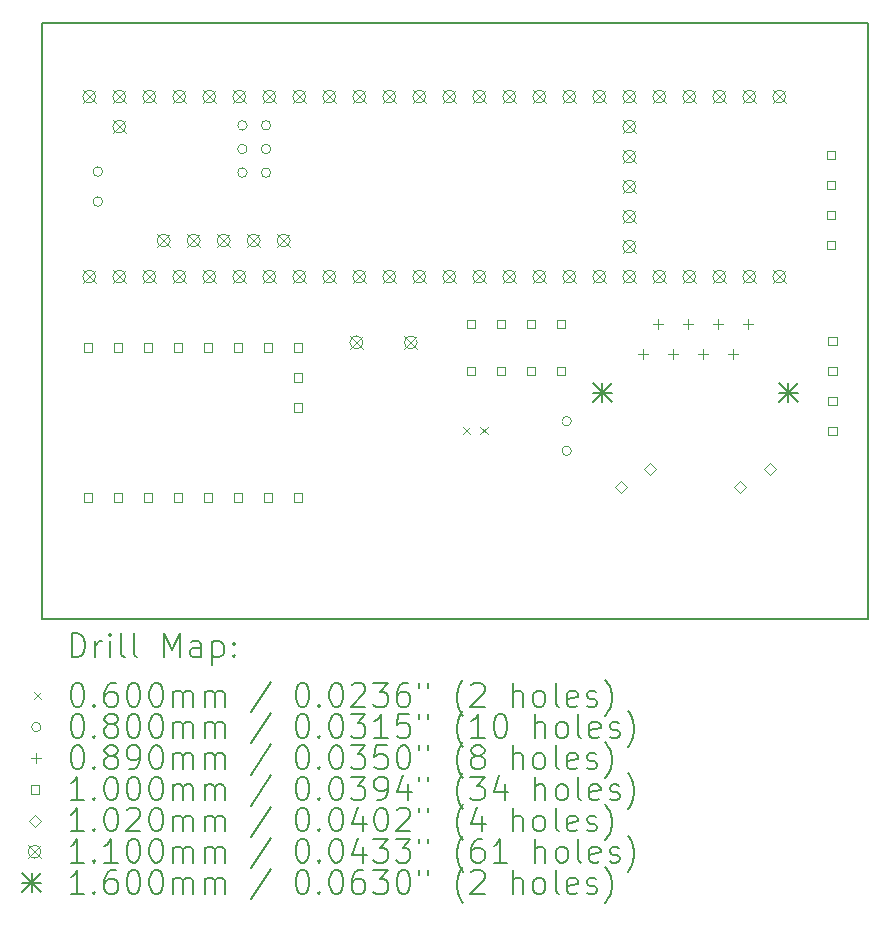
<source format=gbr>
%TF.GenerationSoftware,KiCad,Pcbnew,8.0.1*%
%TF.CreationDate,2024-05-05T16:58:02-04:00*%
%TF.ProjectId,arm,61726d2e-6b69-4636-9164-5f7063625858,rev?*%
%TF.SameCoordinates,Original*%
%TF.FileFunction,Drillmap*%
%TF.FilePolarity,Positive*%
%FSLAX45Y45*%
G04 Gerber Fmt 4.5, Leading zero omitted, Abs format (unit mm)*
G04 Created by KiCad (PCBNEW 8.0.1) date 2024-05-05 16:58:02*
%MOMM*%
%LPD*%
G01*
G04 APERTURE LIST*
%ADD10C,0.200000*%
%ADD11C,0.100000*%
%ADD12C,0.102000*%
%ADD13C,0.110000*%
%ADD14C,0.160000*%
G04 APERTURE END LIST*
D10*
X7210000Y-6700000D02*
X14200000Y-6700000D01*
X14200000Y-11750000D01*
X7210000Y-11750000D01*
X7210000Y-6700000D01*
D11*
X10770000Y-10120000D02*
X10830000Y-10180000D01*
X10830000Y-10120000D02*
X10770000Y-10180000D01*
X10920000Y-10120000D02*
X10980000Y-10180000D01*
X10980000Y-10120000D02*
X10920000Y-10180000D01*
X7721000Y-7961000D02*
G75*
G02*
X7641000Y-7961000I-40000J0D01*
G01*
X7641000Y-7961000D02*
G75*
G02*
X7721000Y-7961000I40000J0D01*
G01*
X7721000Y-8215000D02*
G75*
G02*
X7641000Y-8215000I-40000J0D01*
G01*
X7641000Y-8215000D02*
G75*
G02*
X7721000Y-8215000I40000J0D01*
G01*
X8945000Y-7569840D02*
G75*
G02*
X8865000Y-7569840I-40000J0D01*
G01*
X8865000Y-7569840D02*
G75*
G02*
X8945000Y-7569840I40000J0D01*
G01*
X8945000Y-7769840D02*
G75*
G02*
X8865000Y-7769840I-40000J0D01*
G01*
X8865000Y-7769840D02*
G75*
G02*
X8945000Y-7769840I40000J0D01*
G01*
X8945000Y-7969840D02*
G75*
G02*
X8865000Y-7969840I-40000J0D01*
G01*
X8865000Y-7969840D02*
G75*
G02*
X8945000Y-7969840I40000J0D01*
G01*
X9145000Y-7569840D02*
G75*
G02*
X9065000Y-7569840I-40000J0D01*
G01*
X9065000Y-7569840D02*
G75*
G02*
X9145000Y-7569840I40000J0D01*
G01*
X9145000Y-7769840D02*
G75*
G02*
X9065000Y-7769840I-40000J0D01*
G01*
X9065000Y-7769840D02*
G75*
G02*
X9145000Y-7769840I40000J0D01*
G01*
X9145000Y-7969840D02*
G75*
G02*
X9065000Y-7969840I-40000J0D01*
G01*
X9065000Y-7969840D02*
G75*
G02*
X9145000Y-7969840I40000J0D01*
G01*
X11690000Y-10075000D02*
G75*
G02*
X11610000Y-10075000I-40000J0D01*
G01*
X11610000Y-10075000D02*
G75*
G02*
X11690000Y-10075000I40000J0D01*
G01*
X11690000Y-10325000D02*
G75*
G02*
X11610000Y-10325000I-40000J0D01*
G01*
X11610000Y-10325000D02*
G75*
G02*
X11690000Y-10325000I40000J0D01*
G01*
X12296000Y-9459500D02*
X12296000Y-9548500D01*
X12251500Y-9504000D02*
X12340500Y-9504000D01*
X12423000Y-9205500D02*
X12423000Y-9294500D01*
X12378500Y-9250000D02*
X12467500Y-9250000D01*
X12550000Y-9459500D02*
X12550000Y-9548500D01*
X12505500Y-9504000D02*
X12594500Y-9504000D01*
X12677000Y-9205500D02*
X12677000Y-9294500D01*
X12632500Y-9250000D02*
X12721500Y-9250000D01*
X12804000Y-9459500D02*
X12804000Y-9548500D01*
X12759500Y-9504000D02*
X12848500Y-9504000D01*
X12931000Y-9205500D02*
X12931000Y-9294500D01*
X12886500Y-9250000D02*
X12975500Y-9250000D01*
X13058000Y-9459500D02*
X13058000Y-9548500D01*
X13013500Y-9504000D02*
X13102500Y-9504000D01*
X13185000Y-9205500D02*
X13185000Y-9294500D01*
X13140500Y-9250000D02*
X13229500Y-9250000D01*
X7635356Y-9485356D02*
X7635356Y-9414644D01*
X7564644Y-9414644D01*
X7564644Y-9485356D01*
X7635356Y-9485356D01*
X7635356Y-10755356D02*
X7635356Y-10684644D01*
X7564644Y-10684644D01*
X7564644Y-10755356D01*
X7635356Y-10755356D01*
X7889356Y-9485356D02*
X7889356Y-9414644D01*
X7818644Y-9414644D01*
X7818644Y-9485356D01*
X7889356Y-9485356D01*
X7889356Y-10755356D02*
X7889356Y-10684644D01*
X7818644Y-10684644D01*
X7818644Y-10755356D01*
X7889356Y-10755356D01*
X8143356Y-9485356D02*
X8143356Y-9414644D01*
X8072644Y-9414644D01*
X8072644Y-9485356D01*
X8143356Y-9485356D01*
X8143356Y-10755356D02*
X8143356Y-10684644D01*
X8072644Y-10684644D01*
X8072644Y-10755356D01*
X8143356Y-10755356D01*
X8397356Y-9485356D02*
X8397356Y-9414644D01*
X8326644Y-9414644D01*
X8326644Y-9485356D01*
X8397356Y-9485356D01*
X8397356Y-10755356D02*
X8397356Y-10684644D01*
X8326644Y-10684644D01*
X8326644Y-10755356D01*
X8397356Y-10755356D01*
X8651356Y-9485356D02*
X8651356Y-9414644D01*
X8580644Y-9414644D01*
X8580644Y-9485356D01*
X8651356Y-9485356D01*
X8651356Y-10755356D02*
X8651356Y-10684644D01*
X8580644Y-10684644D01*
X8580644Y-10755356D01*
X8651356Y-10755356D01*
X8905356Y-9485356D02*
X8905356Y-9414644D01*
X8834644Y-9414644D01*
X8834644Y-9485356D01*
X8905356Y-9485356D01*
X8905356Y-10755356D02*
X8905356Y-10684644D01*
X8834644Y-10684644D01*
X8834644Y-10755356D01*
X8905356Y-10755356D01*
X9159356Y-9485356D02*
X9159356Y-9414644D01*
X9088644Y-9414644D01*
X9088644Y-9485356D01*
X9159356Y-9485356D01*
X9159356Y-10755356D02*
X9159356Y-10684644D01*
X9088644Y-10684644D01*
X9088644Y-10755356D01*
X9159356Y-10755356D01*
X9413356Y-9485356D02*
X9413356Y-9414644D01*
X9342644Y-9414644D01*
X9342644Y-9485356D01*
X9413356Y-9485356D01*
X9413356Y-9739356D02*
X9413356Y-9668644D01*
X9342644Y-9668644D01*
X9342644Y-9739356D01*
X9413356Y-9739356D01*
X9413356Y-9993356D02*
X9413356Y-9922644D01*
X9342644Y-9922644D01*
X9342644Y-9993356D01*
X9413356Y-9993356D01*
X9413356Y-10755356D02*
X9413356Y-10684644D01*
X9342644Y-10684644D01*
X9342644Y-10755356D01*
X9413356Y-10755356D01*
X10873356Y-9285356D02*
X10873356Y-9214644D01*
X10802644Y-9214644D01*
X10802644Y-9285356D01*
X10873356Y-9285356D01*
X10873356Y-9685356D02*
X10873356Y-9614644D01*
X10802644Y-9614644D01*
X10802644Y-9685356D01*
X10873356Y-9685356D01*
X11127356Y-9285356D02*
X11127356Y-9214644D01*
X11056644Y-9214644D01*
X11056644Y-9285356D01*
X11127356Y-9285356D01*
X11127356Y-9685356D02*
X11127356Y-9614644D01*
X11056644Y-9614644D01*
X11056644Y-9685356D01*
X11127356Y-9685356D01*
X11381356Y-9285356D02*
X11381356Y-9214644D01*
X11310644Y-9214644D01*
X11310644Y-9285356D01*
X11381356Y-9285356D01*
X11381356Y-9685356D02*
X11381356Y-9614644D01*
X11310644Y-9614644D01*
X11310644Y-9685356D01*
X11381356Y-9685356D01*
X11635356Y-9285356D02*
X11635356Y-9214644D01*
X11564644Y-9214644D01*
X11564644Y-9285356D01*
X11635356Y-9285356D01*
X11635356Y-9685356D02*
X11635356Y-9614644D01*
X11564644Y-9614644D01*
X11564644Y-9685356D01*
X11635356Y-9685356D01*
X13925356Y-7853356D02*
X13925356Y-7782644D01*
X13854644Y-7782644D01*
X13854644Y-7853356D01*
X13925356Y-7853356D01*
X13925356Y-8107356D02*
X13925356Y-8036644D01*
X13854644Y-8036644D01*
X13854644Y-8107356D01*
X13925356Y-8107356D01*
X13925356Y-8361356D02*
X13925356Y-8290644D01*
X13854644Y-8290644D01*
X13854644Y-8361356D01*
X13925356Y-8361356D01*
X13925356Y-8615356D02*
X13925356Y-8544644D01*
X13854644Y-8544644D01*
X13854644Y-8615356D01*
X13925356Y-8615356D01*
X13935356Y-9431356D02*
X13935356Y-9360644D01*
X13864644Y-9360644D01*
X13864644Y-9431356D01*
X13935356Y-9431356D01*
X13935356Y-9685356D02*
X13935356Y-9614644D01*
X13864644Y-9614644D01*
X13864644Y-9685356D01*
X13935356Y-9685356D01*
X13935356Y-9939356D02*
X13935356Y-9868644D01*
X13864644Y-9868644D01*
X13864644Y-9939356D01*
X13935356Y-9939356D01*
X13935356Y-10193356D02*
X13935356Y-10122644D01*
X13864644Y-10122644D01*
X13864644Y-10193356D01*
X13935356Y-10193356D01*
D12*
X12108000Y-10680000D02*
X12159000Y-10629000D01*
X12108000Y-10578000D01*
X12057000Y-10629000D01*
X12108000Y-10680000D01*
X12359500Y-10528000D02*
X12410500Y-10477000D01*
X12359500Y-10426000D01*
X12308500Y-10477000D01*
X12359500Y-10528000D01*
X13121500Y-10680000D02*
X13172500Y-10629000D01*
X13121500Y-10578000D01*
X13070500Y-10629000D01*
X13121500Y-10680000D01*
X13373000Y-10528000D02*
X13424000Y-10477000D01*
X13373000Y-10426000D01*
X13322000Y-10477000D01*
X13373000Y-10528000D01*
D13*
X7553000Y-7271000D02*
X7663000Y-7381000D01*
X7663000Y-7271000D02*
X7553000Y-7381000D01*
X7663000Y-7326000D02*
G75*
G02*
X7553000Y-7326000I-55000J0D01*
G01*
X7553000Y-7326000D02*
G75*
G02*
X7663000Y-7326000I55000J0D01*
G01*
X7553000Y-8795000D02*
X7663000Y-8905000D01*
X7663000Y-8795000D02*
X7553000Y-8905000D01*
X7663000Y-8850000D02*
G75*
G02*
X7553000Y-8850000I-55000J0D01*
G01*
X7553000Y-8850000D02*
G75*
G02*
X7663000Y-8850000I55000J0D01*
G01*
X7807000Y-7271000D02*
X7917000Y-7381000D01*
X7917000Y-7271000D02*
X7807000Y-7381000D01*
X7917000Y-7326000D02*
G75*
G02*
X7807000Y-7326000I-55000J0D01*
G01*
X7807000Y-7326000D02*
G75*
G02*
X7917000Y-7326000I55000J0D01*
G01*
X7807000Y-7525000D02*
X7917000Y-7635000D01*
X7917000Y-7525000D02*
X7807000Y-7635000D01*
X7917000Y-7580000D02*
G75*
G02*
X7807000Y-7580000I-55000J0D01*
G01*
X7807000Y-7580000D02*
G75*
G02*
X7917000Y-7580000I55000J0D01*
G01*
X7807000Y-8795000D02*
X7917000Y-8905000D01*
X7917000Y-8795000D02*
X7807000Y-8905000D01*
X7917000Y-8850000D02*
G75*
G02*
X7807000Y-8850000I-55000J0D01*
G01*
X7807000Y-8850000D02*
G75*
G02*
X7917000Y-8850000I55000J0D01*
G01*
X8061000Y-7271000D02*
X8171000Y-7381000D01*
X8171000Y-7271000D02*
X8061000Y-7381000D01*
X8171000Y-7326000D02*
G75*
G02*
X8061000Y-7326000I-55000J0D01*
G01*
X8061000Y-7326000D02*
G75*
G02*
X8171000Y-7326000I55000J0D01*
G01*
X8061000Y-8795000D02*
X8171000Y-8905000D01*
X8171000Y-8795000D02*
X8061000Y-8905000D01*
X8171000Y-8850000D02*
G75*
G02*
X8061000Y-8850000I-55000J0D01*
G01*
X8061000Y-8850000D02*
G75*
G02*
X8171000Y-8850000I55000J0D01*
G01*
X8182920Y-8489920D02*
X8292920Y-8599920D01*
X8292920Y-8489920D02*
X8182920Y-8599920D01*
X8292920Y-8544920D02*
G75*
G02*
X8182920Y-8544920I-55000J0D01*
G01*
X8182920Y-8544920D02*
G75*
G02*
X8292920Y-8544920I55000J0D01*
G01*
X8315000Y-7271000D02*
X8425000Y-7381000D01*
X8425000Y-7271000D02*
X8315000Y-7381000D01*
X8425000Y-7326000D02*
G75*
G02*
X8315000Y-7326000I-55000J0D01*
G01*
X8315000Y-7326000D02*
G75*
G02*
X8425000Y-7326000I55000J0D01*
G01*
X8315000Y-8795000D02*
X8425000Y-8905000D01*
X8425000Y-8795000D02*
X8315000Y-8905000D01*
X8425000Y-8850000D02*
G75*
G02*
X8315000Y-8850000I-55000J0D01*
G01*
X8315000Y-8850000D02*
G75*
G02*
X8425000Y-8850000I55000J0D01*
G01*
X8436920Y-8489920D02*
X8546920Y-8599920D01*
X8546920Y-8489920D02*
X8436920Y-8599920D01*
X8546920Y-8544920D02*
G75*
G02*
X8436920Y-8544920I-55000J0D01*
G01*
X8436920Y-8544920D02*
G75*
G02*
X8546920Y-8544920I55000J0D01*
G01*
X8569000Y-7271000D02*
X8679000Y-7381000D01*
X8679000Y-7271000D02*
X8569000Y-7381000D01*
X8679000Y-7326000D02*
G75*
G02*
X8569000Y-7326000I-55000J0D01*
G01*
X8569000Y-7326000D02*
G75*
G02*
X8679000Y-7326000I55000J0D01*
G01*
X8569000Y-8795000D02*
X8679000Y-8905000D01*
X8679000Y-8795000D02*
X8569000Y-8905000D01*
X8679000Y-8850000D02*
G75*
G02*
X8569000Y-8850000I-55000J0D01*
G01*
X8569000Y-8850000D02*
G75*
G02*
X8679000Y-8850000I55000J0D01*
G01*
X8690920Y-8489920D02*
X8800920Y-8599920D01*
X8800920Y-8489920D02*
X8690920Y-8599920D01*
X8800920Y-8544920D02*
G75*
G02*
X8690920Y-8544920I-55000J0D01*
G01*
X8690920Y-8544920D02*
G75*
G02*
X8800920Y-8544920I55000J0D01*
G01*
X8823000Y-7271000D02*
X8933000Y-7381000D01*
X8933000Y-7271000D02*
X8823000Y-7381000D01*
X8933000Y-7326000D02*
G75*
G02*
X8823000Y-7326000I-55000J0D01*
G01*
X8823000Y-7326000D02*
G75*
G02*
X8933000Y-7326000I55000J0D01*
G01*
X8823000Y-8795000D02*
X8933000Y-8905000D01*
X8933000Y-8795000D02*
X8823000Y-8905000D01*
X8933000Y-8850000D02*
G75*
G02*
X8823000Y-8850000I-55000J0D01*
G01*
X8823000Y-8850000D02*
G75*
G02*
X8933000Y-8850000I55000J0D01*
G01*
X8944920Y-8489920D02*
X9054920Y-8599920D01*
X9054920Y-8489920D02*
X8944920Y-8599920D01*
X9054920Y-8544920D02*
G75*
G02*
X8944920Y-8544920I-55000J0D01*
G01*
X8944920Y-8544920D02*
G75*
G02*
X9054920Y-8544920I55000J0D01*
G01*
X9077000Y-7271000D02*
X9187000Y-7381000D01*
X9187000Y-7271000D02*
X9077000Y-7381000D01*
X9187000Y-7326000D02*
G75*
G02*
X9077000Y-7326000I-55000J0D01*
G01*
X9077000Y-7326000D02*
G75*
G02*
X9187000Y-7326000I55000J0D01*
G01*
X9077000Y-8795000D02*
X9187000Y-8905000D01*
X9187000Y-8795000D02*
X9077000Y-8905000D01*
X9187000Y-8850000D02*
G75*
G02*
X9077000Y-8850000I-55000J0D01*
G01*
X9077000Y-8850000D02*
G75*
G02*
X9187000Y-8850000I55000J0D01*
G01*
X9198920Y-8489920D02*
X9308920Y-8599920D01*
X9308920Y-8489920D02*
X9198920Y-8599920D01*
X9308920Y-8544920D02*
G75*
G02*
X9198920Y-8544920I-55000J0D01*
G01*
X9198920Y-8544920D02*
G75*
G02*
X9308920Y-8544920I55000J0D01*
G01*
X9331000Y-7271000D02*
X9441000Y-7381000D01*
X9441000Y-7271000D02*
X9331000Y-7381000D01*
X9441000Y-7326000D02*
G75*
G02*
X9331000Y-7326000I-55000J0D01*
G01*
X9331000Y-7326000D02*
G75*
G02*
X9441000Y-7326000I55000J0D01*
G01*
X9331000Y-8795000D02*
X9441000Y-8905000D01*
X9441000Y-8795000D02*
X9331000Y-8905000D01*
X9441000Y-8850000D02*
G75*
G02*
X9331000Y-8850000I-55000J0D01*
G01*
X9331000Y-8850000D02*
G75*
G02*
X9441000Y-8850000I55000J0D01*
G01*
X9585000Y-7271000D02*
X9695000Y-7381000D01*
X9695000Y-7271000D02*
X9585000Y-7381000D01*
X9695000Y-7326000D02*
G75*
G02*
X9585000Y-7326000I-55000J0D01*
G01*
X9585000Y-7326000D02*
G75*
G02*
X9695000Y-7326000I55000J0D01*
G01*
X9585000Y-8795000D02*
X9695000Y-8905000D01*
X9695000Y-8795000D02*
X9585000Y-8905000D01*
X9695000Y-8850000D02*
G75*
G02*
X9585000Y-8850000I-55000J0D01*
G01*
X9585000Y-8850000D02*
G75*
G02*
X9695000Y-8850000I55000J0D01*
G01*
X9815000Y-9352500D02*
X9925000Y-9462500D01*
X9925000Y-9352500D02*
X9815000Y-9462500D01*
X9925000Y-9407500D02*
G75*
G02*
X9815000Y-9407500I-55000J0D01*
G01*
X9815000Y-9407500D02*
G75*
G02*
X9925000Y-9407500I55000J0D01*
G01*
X9839000Y-7271000D02*
X9949000Y-7381000D01*
X9949000Y-7271000D02*
X9839000Y-7381000D01*
X9949000Y-7326000D02*
G75*
G02*
X9839000Y-7326000I-55000J0D01*
G01*
X9839000Y-7326000D02*
G75*
G02*
X9949000Y-7326000I55000J0D01*
G01*
X9839000Y-8795000D02*
X9949000Y-8905000D01*
X9949000Y-8795000D02*
X9839000Y-8905000D01*
X9949000Y-8850000D02*
G75*
G02*
X9839000Y-8850000I-55000J0D01*
G01*
X9839000Y-8850000D02*
G75*
G02*
X9949000Y-8850000I55000J0D01*
G01*
X10093000Y-7271000D02*
X10203000Y-7381000D01*
X10203000Y-7271000D02*
X10093000Y-7381000D01*
X10203000Y-7326000D02*
G75*
G02*
X10093000Y-7326000I-55000J0D01*
G01*
X10093000Y-7326000D02*
G75*
G02*
X10203000Y-7326000I55000J0D01*
G01*
X10093000Y-8795000D02*
X10203000Y-8905000D01*
X10203000Y-8795000D02*
X10093000Y-8905000D01*
X10203000Y-8850000D02*
G75*
G02*
X10093000Y-8850000I-55000J0D01*
G01*
X10093000Y-8850000D02*
G75*
G02*
X10203000Y-8850000I55000J0D01*
G01*
X10275000Y-9352500D02*
X10385000Y-9462500D01*
X10385000Y-9352500D02*
X10275000Y-9462500D01*
X10385000Y-9407500D02*
G75*
G02*
X10275000Y-9407500I-55000J0D01*
G01*
X10275000Y-9407500D02*
G75*
G02*
X10385000Y-9407500I55000J0D01*
G01*
X10347000Y-7271000D02*
X10457000Y-7381000D01*
X10457000Y-7271000D02*
X10347000Y-7381000D01*
X10457000Y-7326000D02*
G75*
G02*
X10347000Y-7326000I-55000J0D01*
G01*
X10347000Y-7326000D02*
G75*
G02*
X10457000Y-7326000I55000J0D01*
G01*
X10347000Y-8795000D02*
X10457000Y-8905000D01*
X10457000Y-8795000D02*
X10347000Y-8905000D01*
X10457000Y-8850000D02*
G75*
G02*
X10347000Y-8850000I-55000J0D01*
G01*
X10347000Y-8850000D02*
G75*
G02*
X10457000Y-8850000I55000J0D01*
G01*
X10601000Y-7271000D02*
X10711000Y-7381000D01*
X10711000Y-7271000D02*
X10601000Y-7381000D01*
X10711000Y-7326000D02*
G75*
G02*
X10601000Y-7326000I-55000J0D01*
G01*
X10601000Y-7326000D02*
G75*
G02*
X10711000Y-7326000I55000J0D01*
G01*
X10601000Y-8795000D02*
X10711000Y-8905000D01*
X10711000Y-8795000D02*
X10601000Y-8905000D01*
X10711000Y-8850000D02*
G75*
G02*
X10601000Y-8850000I-55000J0D01*
G01*
X10601000Y-8850000D02*
G75*
G02*
X10711000Y-8850000I55000J0D01*
G01*
X10855000Y-7271000D02*
X10965000Y-7381000D01*
X10965000Y-7271000D02*
X10855000Y-7381000D01*
X10965000Y-7326000D02*
G75*
G02*
X10855000Y-7326000I-55000J0D01*
G01*
X10855000Y-7326000D02*
G75*
G02*
X10965000Y-7326000I55000J0D01*
G01*
X10855000Y-8795000D02*
X10965000Y-8905000D01*
X10965000Y-8795000D02*
X10855000Y-8905000D01*
X10965000Y-8850000D02*
G75*
G02*
X10855000Y-8850000I-55000J0D01*
G01*
X10855000Y-8850000D02*
G75*
G02*
X10965000Y-8850000I55000J0D01*
G01*
X11109000Y-7271000D02*
X11219000Y-7381000D01*
X11219000Y-7271000D02*
X11109000Y-7381000D01*
X11219000Y-7326000D02*
G75*
G02*
X11109000Y-7326000I-55000J0D01*
G01*
X11109000Y-7326000D02*
G75*
G02*
X11219000Y-7326000I55000J0D01*
G01*
X11109000Y-8795000D02*
X11219000Y-8905000D01*
X11219000Y-8795000D02*
X11109000Y-8905000D01*
X11219000Y-8850000D02*
G75*
G02*
X11109000Y-8850000I-55000J0D01*
G01*
X11109000Y-8850000D02*
G75*
G02*
X11219000Y-8850000I55000J0D01*
G01*
X11363000Y-7271000D02*
X11473000Y-7381000D01*
X11473000Y-7271000D02*
X11363000Y-7381000D01*
X11473000Y-7326000D02*
G75*
G02*
X11363000Y-7326000I-55000J0D01*
G01*
X11363000Y-7326000D02*
G75*
G02*
X11473000Y-7326000I55000J0D01*
G01*
X11363000Y-8795000D02*
X11473000Y-8905000D01*
X11473000Y-8795000D02*
X11363000Y-8905000D01*
X11473000Y-8850000D02*
G75*
G02*
X11363000Y-8850000I-55000J0D01*
G01*
X11363000Y-8850000D02*
G75*
G02*
X11473000Y-8850000I55000J0D01*
G01*
X11617000Y-7271000D02*
X11727000Y-7381000D01*
X11727000Y-7271000D02*
X11617000Y-7381000D01*
X11727000Y-7326000D02*
G75*
G02*
X11617000Y-7326000I-55000J0D01*
G01*
X11617000Y-7326000D02*
G75*
G02*
X11727000Y-7326000I55000J0D01*
G01*
X11617000Y-8795000D02*
X11727000Y-8905000D01*
X11727000Y-8795000D02*
X11617000Y-8905000D01*
X11727000Y-8850000D02*
G75*
G02*
X11617000Y-8850000I-55000J0D01*
G01*
X11617000Y-8850000D02*
G75*
G02*
X11727000Y-8850000I55000J0D01*
G01*
X11871000Y-7271000D02*
X11981000Y-7381000D01*
X11981000Y-7271000D02*
X11871000Y-7381000D01*
X11981000Y-7326000D02*
G75*
G02*
X11871000Y-7326000I-55000J0D01*
G01*
X11871000Y-7326000D02*
G75*
G02*
X11981000Y-7326000I55000J0D01*
G01*
X11871000Y-8795000D02*
X11981000Y-8905000D01*
X11981000Y-8795000D02*
X11871000Y-8905000D01*
X11981000Y-8850000D02*
G75*
G02*
X11871000Y-8850000I-55000J0D01*
G01*
X11871000Y-8850000D02*
G75*
G02*
X11981000Y-8850000I55000J0D01*
G01*
X12125000Y-7271000D02*
X12235000Y-7381000D01*
X12235000Y-7271000D02*
X12125000Y-7381000D01*
X12235000Y-7326000D02*
G75*
G02*
X12125000Y-7326000I-55000J0D01*
G01*
X12125000Y-7326000D02*
G75*
G02*
X12235000Y-7326000I55000J0D01*
G01*
X12125000Y-7525000D02*
X12235000Y-7635000D01*
X12235000Y-7525000D02*
X12125000Y-7635000D01*
X12235000Y-7580000D02*
G75*
G02*
X12125000Y-7580000I-55000J0D01*
G01*
X12125000Y-7580000D02*
G75*
G02*
X12235000Y-7580000I55000J0D01*
G01*
X12125000Y-7779000D02*
X12235000Y-7889000D01*
X12235000Y-7779000D02*
X12125000Y-7889000D01*
X12235000Y-7834000D02*
G75*
G02*
X12125000Y-7834000I-55000J0D01*
G01*
X12125000Y-7834000D02*
G75*
G02*
X12235000Y-7834000I55000J0D01*
G01*
X12125000Y-8033000D02*
X12235000Y-8143000D01*
X12235000Y-8033000D02*
X12125000Y-8143000D01*
X12235000Y-8088000D02*
G75*
G02*
X12125000Y-8088000I-55000J0D01*
G01*
X12125000Y-8088000D02*
G75*
G02*
X12235000Y-8088000I55000J0D01*
G01*
X12125000Y-8287000D02*
X12235000Y-8397000D01*
X12235000Y-8287000D02*
X12125000Y-8397000D01*
X12235000Y-8342000D02*
G75*
G02*
X12125000Y-8342000I-55000J0D01*
G01*
X12125000Y-8342000D02*
G75*
G02*
X12235000Y-8342000I55000J0D01*
G01*
X12125000Y-8541000D02*
X12235000Y-8651000D01*
X12235000Y-8541000D02*
X12125000Y-8651000D01*
X12235000Y-8596000D02*
G75*
G02*
X12125000Y-8596000I-55000J0D01*
G01*
X12125000Y-8596000D02*
G75*
G02*
X12235000Y-8596000I55000J0D01*
G01*
X12125000Y-8795000D02*
X12235000Y-8905000D01*
X12235000Y-8795000D02*
X12125000Y-8905000D01*
X12235000Y-8850000D02*
G75*
G02*
X12125000Y-8850000I-55000J0D01*
G01*
X12125000Y-8850000D02*
G75*
G02*
X12235000Y-8850000I55000J0D01*
G01*
X12379000Y-7271000D02*
X12489000Y-7381000D01*
X12489000Y-7271000D02*
X12379000Y-7381000D01*
X12489000Y-7326000D02*
G75*
G02*
X12379000Y-7326000I-55000J0D01*
G01*
X12379000Y-7326000D02*
G75*
G02*
X12489000Y-7326000I55000J0D01*
G01*
X12379000Y-8795000D02*
X12489000Y-8905000D01*
X12489000Y-8795000D02*
X12379000Y-8905000D01*
X12489000Y-8850000D02*
G75*
G02*
X12379000Y-8850000I-55000J0D01*
G01*
X12379000Y-8850000D02*
G75*
G02*
X12489000Y-8850000I55000J0D01*
G01*
X12633000Y-7271000D02*
X12743000Y-7381000D01*
X12743000Y-7271000D02*
X12633000Y-7381000D01*
X12743000Y-7326000D02*
G75*
G02*
X12633000Y-7326000I-55000J0D01*
G01*
X12633000Y-7326000D02*
G75*
G02*
X12743000Y-7326000I55000J0D01*
G01*
X12633000Y-8795000D02*
X12743000Y-8905000D01*
X12743000Y-8795000D02*
X12633000Y-8905000D01*
X12743000Y-8850000D02*
G75*
G02*
X12633000Y-8850000I-55000J0D01*
G01*
X12633000Y-8850000D02*
G75*
G02*
X12743000Y-8850000I55000J0D01*
G01*
X12887000Y-7271000D02*
X12997000Y-7381000D01*
X12997000Y-7271000D02*
X12887000Y-7381000D01*
X12997000Y-7326000D02*
G75*
G02*
X12887000Y-7326000I-55000J0D01*
G01*
X12887000Y-7326000D02*
G75*
G02*
X12997000Y-7326000I55000J0D01*
G01*
X12887000Y-8795000D02*
X12997000Y-8905000D01*
X12997000Y-8795000D02*
X12887000Y-8905000D01*
X12997000Y-8850000D02*
G75*
G02*
X12887000Y-8850000I-55000J0D01*
G01*
X12887000Y-8850000D02*
G75*
G02*
X12997000Y-8850000I55000J0D01*
G01*
X13141000Y-7271000D02*
X13251000Y-7381000D01*
X13251000Y-7271000D02*
X13141000Y-7381000D01*
X13251000Y-7326000D02*
G75*
G02*
X13141000Y-7326000I-55000J0D01*
G01*
X13141000Y-7326000D02*
G75*
G02*
X13251000Y-7326000I55000J0D01*
G01*
X13141000Y-8795000D02*
X13251000Y-8905000D01*
X13251000Y-8795000D02*
X13141000Y-8905000D01*
X13251000Y-8850000D02*
G75*
G02*
X13141000Y-8850000I-55000J0D01*
G01*
X13141000Y-8850000D02*
G75*
G02*
X13251000Y-8850000I55000J0D01*
G01*
X13395000Y-7271000D02*
X13505000Y-7381000D01*
X13505000Y-7271000D02*
X13395000Y-7381000D01*
X13505000Y-7326000D02*
G75*
G02*
X13395000Y-7326000I-55000J0D01*
G01*
X13395000Y-7326000D02*
G75*
G02*
X13505000Y-7326000I55000J0D01*
G01*
X13395000Y-8795000D02*
X13505000Y-8905000D01*
X13505000Y-8795000D02*
X13395000Y-8905000D01*
X13505000Y-8850000D02*
G75*
G02*
X13395000Y-8850000I-55000J0D01*
G01*
X13395000Y-8850000D02*
G75*
G02*
X13505000Y-8850000I55000J0D01*
G01*
D14*
X11873000Y-9754000D02*
X12033000Y-9914000D01*
X12033000Y-9754000D02*
X11873000Y-9914000D01*
X11953000Y-9754000D02*
X11953000Y-9914000D01*
X11873000Y-9834000D02*
X12033000Y-9834000D01*
X13448000Y-9754000D02*
X13608000Y-9914000D01*
X13608000Y-9754000D02*
X13448000Y-9914000D01*
X13528000Y-9754000D02*
X13528000Y-9914000D01*
X13448000Y-9834000D02*
X13608000Y-9834000D01*
D10*
X7460777Y-12071484D02*
X7460777Y-11871484D01*
X7460777Y-11871484D02*
X7508396Y-11871484D01*
X7508396Y-11871484D02*
X7536967Y-11881008D01*
X7536967Y-11881008D02*
X7556015Y-11900055D01*
X7556015Y-11900055D02*
X7565539Y-11919103D01*
X7565539Y-11919103D02*
X7575062Y-11957198D01*
X7575062Y-11957198D02*
X7575062Y-11985769D01*
X7575062Y-11985769D02*
X7565539Y-12023865D01*
X7565539Y-12023865D02*
X7556015Y-12042912D01*
X7556015Y-12042912D02*
X7536967Y-12061960D01*
X7536967Y-12061960D02*
X7508396Y-12071484D01*
X7508396Y-12071484D02*
X7460777Y-12071484D01*
X7660777Y-12071484D02*
X7660777Y-11938150D01*
X7660777Y-11976246D02*
X7670301Y-11957198D01*
X7670301Y-11957198D02*
X7679824Y-11947674D01*
X7679824Y-11947674D02*
X7698872Y-11938150D01*
X7698872Y-11938150D02*
X7717920Y-11938150D01*
X7784586Y-12071484D02*
X7784586Y-11938150D01*
X7784586Y-11871484D02*
X7775062Y-11881008D01*
X7775062Y-11881008D02*
X7784586Y-11890531D01*
X7784586Y-11890531D02*
X7794110Y-11881008D01*
X7794110Y-11881008D02*
X7784586Y-11871484D01*
X7784586Y-11871484D02*
X7784586Y-11890531D01*
X7908396Y-12071484D02*
X7889348Y-12061960D01*
X7889348Y-12061960D02*
X7879824Y-12042912D01*
X7879824Y-12042912D02*
X7879824Y-11871484D01*
X8013158Y-12071484D02*
X7994110Y-12061960D01*
X7994110Y-12061960D02*
X7984586Y-12042912D01*
X7984586Y-12042912D02*
X7984586Y-11871484D01*
X8241729Y-12071484D02*
X8241729Y-11871484D01*
X8241729Y-11871484D02*
X8308396Y-12014341D01*
X8308396Y-12014341D02*
X8375062Y-11871484D01*
X8375062Y-11871484D02*
X8375062Y-12071484D01*
X8556015Y-12071484D02*
X8556015Y-11966722D01*
X8556015Y-11966722D02*
X8546491Y-11947674D01*
X8546491Y-11947674D02*
X8527444Y-11938150D01*
X8527444Y-11938150D02*
X8489348Y-11938150D01*
X8489348Y-11938150D02*
X8470301Y-11947674D01*
X8556015Y-12061960D02*
X8536967Y-12071484D01*
X8536967Y-12071484D02*
X8489348Y-12071484D01*
X8489348Y-12071484D02*
X8470301Y-12061960D01*
X8470301Y-12061960D02*
X8460777Y-12042912D01*
X8460777Y-12042912D02*
X8460777Y-12023865D01*
X8460777Y-12023865D02*
X8470301Y-12004817D01*
X8470301Y-12004817D02*
X8489348Y-11995293D01*
X8489348Y-11995293D02*
X8536967Y-11995293D01*
X8536967Y-11995293D02*
X8556015Y-11985769D01*
X8651253Y-11938150D02*
X8651253Y-12138150D01*
X8651253Y-11947674D02*
X8670301Y-11938150D01*
X8670301Y-11938150D02*
X8708396Y-11938150D01*
X8708396Y-11938150D02*
X8727444Y-11947674D01*
X8727444Y-11947674D02*
X8736967Y-11957198D01*
X8736967Y-11957198D02*
X8746491Y-11976246D01*
X8746491Y-11976246D02*
X8746491Y-12033388D01*
X8746491Y-12033388D02*
X8736967Y-12052436D01*
X8736967Y-12052436D02*
X8727444Y-12061960D01*
X8727444Y-12061960D02*
X8708396Y-12071484D01*
X8708396Y-12071484D02*
X8670301Y-12071484D01*
X8670301Y-12071484D02*
X8651253Y-12061960D01*
X8832205Y-12052436D02*
X8841729Y-12061960D01*
X8841729Y-12061960D02*
X8832205Y-12071484D01*
X8832205Y-12071484D02*
X8822682Y-12061960D01*
X8822682Y-12061960D02*
X8832205Y-12052436D01*
X8832205Y-12052436D02*
X8832205Y-12071484D01*
X8832205Y-11947674D02*
X8841729Y-11957198D01*
X8841729Y-11957198D02*
X8832205Y-11966722D01*
X8832205Y-11966722D02*
X8822682Y-11957198D01*
X8822682Y-11957198D02*
X8832205Y-11947674D01*
X8832205Y-11947674D02*
X8832205Y-11966722D01*
D11*
X7140000Y-12370000D02*
X7200000Y-12430000D01*
X7200000Y-12370000D02*
X7140000Y-12430000D01*
D10*
X7498872Y-12291484D02*
X7517920Y-12291484D01*
X7517920Y-12291484D02*
X7536967Y-12301008D01*
X7536967Y-12301008D02*
X7546491Y-12310531D01*
X7546491Y-12310531D02*
X7556015Y-12329579D01*
X7556015Y-12329579D02*
X7565539Y-12367674D01*
X7565539Y-12367674D02*
X7565539Y-12415293D01*
X7565539Y-12415293D02*
X7556015Y-12453388D01*
X7556015Y-12453388D02*
X7546491Y-12472436D01*
X7546491Y-12472436D02*
X7536967Y-12481960D01*
X7536967Y-12481960D02*
X7517920Y-12491484D01*
X7517920Y-12491484D02*
X7498872Y-12491484D01*
X7498872Y-12491484D02*
X7479824Y-12481960D01*
X7479824Y-12481960D02*
X7470301Y-12472436D01*
X7470301Y-12472436D02*
X7460777Y-12453388D01*
X7460777Y-12453388D02*
X7451253Y-12415293D01*
X7451253Y-12415293D02*
X7451253Y-12367674D01*
X7451253Y-12367674D02*
X7460777Y-12329579D01*
X7460777Y-12329579D02*
X7470301Y-12310531D01*
X7470301Y-12310531D02*
X7479824Y-12301008D01*
X7479824Y-12301008D02*
X7498872Y-12291484D01*
X7651253Y-12472436D02*
X7660777Y-12481960D01*
X7660777Y-12481960D02*
X7651253Y-12491484D01*
X7651253Y-12491484D02*
X7641729Y-12481960D01*
X7641729Y-12481960D02*
X7651253Y-12472436D01*
X7651253Y-12472436D02*
X7651253Y-12491484D01*
X7832205Y-12291484D02*
X7794110Y-12291484D01*
X7794110Y-12291484D02*
X7775062Y-12301008D01*
X7775062Y-12301008D02*
X7765539Y-12310531D01*
X7765539Y-12310531D02*
X7746491Y-12339103D01*
X7746491Y-12339103D02*
X7736967Y-12377198D01*
X7736967Y-12377198D02*
X7736967Y-12453388D01*
X7736967Y-12453388D02*
X7746491Y-12472436D01*
X7746491Y-12472436D02*
X7756015Y-12481960D01*
X7756015Y-12481960D02*
X7775062Y-12491484D01*
X7775062Y-12491484D02*
X7813158Y-12491484D01*
X7813158Y-12491484D02*
X7832205Y-12481960D01*
X7832205Y-12481960D02*
X7841729Y-12472436D01*
X7841729Y-12472436D02*
X7851253Y-12453388D01*
X7851253Y-12453388D02*
X7851253Y-12405769D01*
X7851253Y-12405769D02*
X7841729Y-12386722D01*
X7841729Y-12386722D02*
X7832205Y-12377198D01*
X7832205Y-12377198D02*
X7813158Y-12367674D01*
X7813158Y-12367674D02*
X7775062Y-12367674D01*
X7775062Y-12367674D02*
X7756015Y-12377198D01*
X7756015Y-12377198D02*
X7746491Y-12386722D01*
X7746491Y-12386722D02*
X7736967Y-12405769D01*
X7975062Y-12291484D02*
X7994110Y-12291484D01*
X7994110Y-12291484D02*
X8013158Y-12301008D01*
X8013158Y-12301008D02*
X8022682Y-12310531D01*
X8022682Y-12310531D02*
X8032205Y-12329579D01*
X8032205Y-12329579D02*
X8041729Y-12367674D01*
X8041729Y-12367674D02*
X8041729Y-12415293D01*
X8041729Y-12415293D02*
X8032205Y-12453388D01*
X8032205Y-12453388D02*
X8022682Y-12472436D01*
X8022682Y-12472436D02*
X8013158Y-12481960D01*
X8013158Y-12481960D02*
X7994110Y-12491484D01*
X7994110Y-12491484D02*
X7975062Y-12491484D01*
X7975062Y-12491484D02*
X7956015Y-12481960D01*
X7956015Y-12481960D02*
X7946491Y-12472436D01*
X7946491Y-12472436D02*
X7936967Y-12453388D01*
X7936967Y-12453388D02*
X7927443Y-12415293D01*
X7927443Y-12415293D02*
X7927443Y-12367674D01*
X7927443Y-12367674D02*
X7936967Y-12329579D01*
X7936967Y-12329579D02*
X7946491Y-12310531D01*
X7946491Y-12310531D02*
X7956015Y-12301008D01*
X7956015Y-12301008D02*
X7975062Y-12291484D01*
X8165539Y-12291484D02*
X8184586Y-12291484D01*
X8184586Y-12291484D02*
X8203634Y-12301008D01*
X8203634Y-12301008D02*
X8213158Y-12310531D01*
X8213158Y-12310531D02*
X8222682Y-12329579D01*
X8222682Y-12329579D02*
X8232205Y-12367674D01*
X8232205Y-12367674D02*
X8232205Y-12415293D01*
X8232205Y-12415293D02*
X8222682Y-12453388D01*
X8222682Y-12453388D02*
X8213158Y-12472436D01*
X8213158Y-12472436D02*
X8203634Y-12481960D01*
X8203634Y-12481960D02*
X8184586Y-12491484D01*
X8184586Y-12491484D02*
X8165539Y-12491484D01*
X8165539Y-12491484D02*
X8146491Y-12481960D01*
X8146491Y-12481960D02*
X8136967Y-12472436D01*
X8136967Y-12472436D02*
X8127443Y-12453388D01*
X8127443Y-12453388D02*
X8117920Y-12415293D01*
X8117920Y-12415293D02*
X8117920Y-12367674D01*
X8117920Y-12367674D02*
X8127443Y-12329579D01*
X8127443Y-12329579D02*
X8136967Y-12310531D01*
X8136967Y-12310531D02*
X8146491Y-12301008D01*
X8146491Y-12301008D02*
X8165539Y-12291484D01*
X8317920Y-12491484D02*
X8317920Y-12358150D01*
X8317920Y-12377198D02*
X8327443Y-12367674D01*
X8327443Y-12367674D02*
X8346491Y-12358150D01*
X8346491Y-12358150D02*
X8375063Y-12358150D01*
X8375063Y-12358150D02*
X8394110Y-12367674D01*
X8394110Y-12367674D02*
X8403634Y-12386722D01*
X8403634Y-12386722D02*
X8403634Y-12491484D01*
X8403634Y-12386722D02*
X8413158Y-12367674D01*
X8413158Y-12367674D02*
X8432205Y-12358150D01*
X8432205Y-12358150D02*
X8460777Y-12358150D01*
X8460777Y-12358150D02*
X8479825Y-12367674D01*
X8479825Y-12367674D02*
X8489348Y-12386722D01*
X8489348Y-12386722D02*
X8489348Y-12491484D01*
X8584586Y-12491484D02*
X8584586Y-12358150D01*
X8584586Y-12377198D02*
X8594110Y-12367674D01*
X8594110Y-12367674D02*
X8613158Y-12358150D01*
X8613158Y-12358150D02*
X8641729Y-12358150D01*
X8641729Y-12358150D02*
X8660777Y-12367674D01*
X8660777Y-12367674D02*
X8670301Y-12386722D01*
X8670301Y-12386722D02*
X8670301Y-12491484D01*
X8670301Y-12386722D02*
X8679825Y-12367674D01*
X8679825Y-12367674D02*
X8698872Y-12358150D01*
X8698872Y-12358150D02*
X8727444Y-12358150D01*
X8727444Y-12358150D02*
X8746491Y-12367674D01*
X8746491Y-12367674D02*
X8756015Y-12386722D01*
X8756015Y-12386722D02*
X8756015Y-12491484D01*
X9146491Y-12281960D02*
X8975063Y-12539103D01*
X9403634Y-12291484D02*
X9422682Y-12291484D01*
X9422682Y-12291484D02*
X9441729Y-12301008D01*
X9441729Y-12301008D02*
X9451253Y-12310531D01*
X9451253Y-12310531D02*
X9460777Y-12329579D01*
X9460777Y-12329579D02*
X9470301Y-12367674D01*
X9470301Y-12367674D02*
X9470301Y-12415293D01*
X9470301Y-12415293D02*
X9460777Y-12453388D01*
X9460777Y-12453388D02*
X9451253Y-12472436D01*
X9451253Y-12472436D02*
X9441729Y-12481960D01*
X9441729Y-12481960D02*
X9422682Y-12491484D01*
X9422682Y-12491484D02*
X9403634Y-12491484D01*
X9403634Y-12491484D02*
X9384587Y-12481960D01*
X9384587Y-12481960D02*
X9375063Y-12472436D01*
X9375063Y-12472436D02*
X9365539Y-12453388D01*
X9365539Y-12453388D02*
X9356015Y-12415293D01*
X9356015Y-12415293D02*
X9356015Y-12367674D01*
X9356015Y-12367674D02*
X9365539Y-12329579D01*
X9365539Y-12329579D02*
X9375063Y-12310531D01*
X9375063Y-12310531D02*
X9384587Y-12301008D01*
X9384587Y-12301008D02*
X9403634Y-12291484D01*
X9556015Y-12472436D02*
X9565539Y-12481960D01*
X9565539Y-12481960D02*
X9556015Y-12491484D01*
X9556015Y-12491484D02*
X9546491Y-12481960D01*
X9546491Y-12481960D02*
X9556015Y-12472436D01*
X9556015Y-12472436D02*
X9556015Y-12491484D01*
X9689348Y-12291484D02*
X9708396Y-12291484D01*
X9708396Y-12291484D02*
X9727444Y-12301008D01*
X9727444Y-12301008D02*
X9736968Y-12310531D01*
X9736968Y-12310531D02*
X9746491Y-12329579D01*
X9746491Y-12329579D02*
X9756015Y-12367674D01*
X9756015Y-12367674D02*
X9756015Y-12415293D01*
X9756015Y-12415293D02*
X9746491Y-12453388D01*
X9746491Y-12453388D02*
X9736968Y-12472436D01*
X9736968Y-12472436D02*
X9727444Y-12481960D01*
X9727444Y-12481960D02*
X9708396Y-12491484D01*
X9708396Y-12491484D02*
X9689348Y-12491484D01*
X9689348Y-12491484D02*
X9670301Y-12481960D01*
X9670301Y-12481960D02*
X9660777Y-12472436D01*
X9660777Y-12472436D02*
X9651253Y-12453388D01*
X9651253Y-12453388D02*
X9641729Y-12415293D01*
X9641729Y-12415293D02*
X9641729Y-12367674D01*
X9641729Y-12367674D02*
X9651253Y-12329579D01*
X9651253Y-12329579D02*
X9660777Y-12310531D01*
X9660777Y-12310531D02*
X9670301Y-12301008D01*
X9670301Y-12301008D02*
X9689348Y-12291484D01*
X9832206Y-12310531D02*
X9841729Y-12301008D01*
X9841729Y-12301008D02*
X9860777Y-12291484D01*
X9860777Y-12291484D02*
X9908396Y-12291484D01*
X9908396Y-12291484D02*
X9927444Y-12301008D01*
X9927444Y-12301008D02*
X9936968Y-12310531D01*
X9936968Y-12310531D02*
X9946491Y-12329579D01*
X9946491Y-12329579D02*
X9946491Y-12348627D01*
X9946491Y-12348627D02*
X9936968Y-12377198D01*
X9936968Y-12377198D02*
X9822682Y-12491484D01*
X9822682Y-12491484D02*
X9946491Y-12491484D01*
X10013158Y-12291484D02*
X10136968Y-12291484D01*
X10136968Y-12291484D02*
X10070301Y-12367674D01*
X10070301Y-12367674D02*
X10098872Y-12367674D01*
X10098872Y-12367674D02*
X10117920Y-12377198D01*
X10117920Y-12377198D02*
X10127444Y-12386722D01*
X10127444Y-12386722D02*
X10136968Y-12405769D01*
X10136968Y-12405769D02*
X10136968Y-12453388D01*
X10136968Y-12453388D02*
X10127444Y-12472436D01*
X10127444Y-12472436D02*
X10117920Y-12481960D01*
X10117920Y-12481960D02*
X10098872Y-12491484D01*
X10098872Y-12491484D02*
X10041729Y-12491484D01*
X10041729Y-12491484D02*
X10022682Y-12481960D01*
X10022682Y-12481960D02*
X10013158Y-12472436D01*
X10308396Y-12291484D02*
X10270301Y-12291484D01*
X10270301Y-12291484D02*
X10251253Y-12301008D01*
X10251253Y-12301008D02*
X10241729Y-12310531D01*
X10241729Y-12310531D02*
X10222682Y-12339103D01*
X10222682Y-12339103D02*
X10213158Y-12377198D01*
X10213158Y-12377198D02*
X10213158Y-12453388D01*
X10213158Y-12453388D02*
X10222682Y-12472436D01*
X10222682Y-12472436D02*
X10232206Y-12481960D01*
X10232206Y-12481960D02*
X10251253Y-12491484D01*
X10251253Y-12491484D02*
X10289349Y-12491484D01*
X10289349Y-12491484D02*
X10308396Y-12481960D01*
X10308396Y-12481960D02*
X10317920Y-12472436D01*
X10317920Y-12472436D02*
X10327444Y-12453388D01*
X10327444Y-12453388D02*
X10327444Y-12405769D01*
X10327444Y-12405769D02*
X10317920Y-12386722D01*
X10317920Y-12386722D02*
X10308396Y-12377198D01*
X10308396Y-12377198D02*
X10289349Y-12367674D01*
X10289349Y-12367674D02*
X10251253Y-12367674D01*
X10251253Y-12367674D02*
X10232206Y-12377198D01*
X10232206Y-12377198D02*
X10222682Y-12386722D01*
X10222682Y-12386722D02*
X10213158Y-12405769D01*
X10403634Y-12291484D02*
X10403634Y-12329579D01*
X10479825Y-12291484D02*
X10479825Y-12329579D01*
X10775063Y-12567674D02*
X10765539Y-12558150D01*
X10765539Y-12558150D02*
X10746491Y-12529579D01*
X10746491Y-12529579D02*
X10736968Y-12510531D01*
X10736968Y-12510531D02*
X10727444Y-12481960D01*
X10727444Y-12481960D02*
X10717920Y-12434341D01*
X10717920Y-12434341D02*
X10717920Y-12396246D01*
X10717920Y-12396246D02*
X10727444Y-12348627D01*
X10727444Y-12348627D02*
X10736968Y-12320055D01*
X10736968Y-12320055D02*
X10746491Y-12301008D01*
X10746491Y-12301008D02*
X10765539Y-12272436D01*
X10765539Y-12272436D02*
X10775063Y-12262912D01*
X10841730Y-12310531D02*
X10851253Y-12301008D01*
X10851253Y-12301008D02*
X10870301Y-12291484D01*
X10870301Y-12291484D02*
X10917920Y-12291484D01*
X10917920Y-12291484D02*
X10936968Y-12301008D01*
X10936968Y-12301008D02*
X10946491Y-12310531D01*
X10946491Y-12310531D02*
X10956015Y-12329579D01*
X10956015Y-12329579D02*
X10956015Y-12348627D01*
X10956015Y-12348627D02*
X10946491Y-12377198D01*
X10946491Y-12377198D02*
X10832206Y-12491484D01*
X10832206Y-12491484D02*
X10956015Y-12491484D01*
X11194110Y-12491484D02*
X11194110Y-12291484D01*
X11279825Y-12491484D02*
X11279825Y-12386722D01*
X11279825Y-12386722D02*
X11270301Y-12367674D01*
X11270301Y-12367674D02*
X11251253Y-12358150D01*
X11251253Y-12358150D02*
X11222682Y-12358150D01*
X11222682Y-12358150D02*
X11203634Y-12367674D01*
X11203634Y-12367674D02*
X11194110Y-12377198D01*
X11403634Y-12491484D02*
X11384587Y-12481960D01*
X11384587Y-12481960D02*
X11375063Y-12472436D01*
X11375063Y-12472436D02*
X11365539Y-12453388D01*
X11365539Y-12453388D02*
X11365539Y-12396246D01*
X11365539Y-12396246D02*
X11375063Y-12377198D01*
X11375063Y-12377198D02*
X11384587Y-12367674D01*
X11384587Y-12367674D02*
X11403634Y-12358150D01*
X11403634Y-12358150D02*
X11432206Y-12358150D01*
X11432206Y-12358150D02*
X11451253Y-12367674D01*
X11451253Y-12367674D02*
X11460777Y-12377198D01*
X11460777Y-12377198D02*
X11470301Y-12396246D01*
X11470301Y-12396246D02*
X11470301Y-12453388D01*
X11470301Y-12453388D02*
X11460777Y-12472436D01*
X11460777Y-12472436D02*
X11451253Y-12481960D01*
X11451253Y-12481960D02*
X11432206Y-12491484D01*
X11432206Y-12491484D02*
X11403634Y-12491484D01*
X11584587Y-12491484D02*
X11565539Y-12481960D01*
X11565539Y-12481960D02*
X11556015Y-12462912D01*
X11556015Y-12462912D02*
X11556015Y-12291484D01*
X11736968Y-12481960D02*
X11717920Y-12491484D01*
X11717920Y-12491484D02*
X11679825Y-12491484D01*
X11679825Y-12491484D02*
X11660777Y-12481960D01*
X11660777Y-12481960D02*
X11651253Y-12462912D01*
X11651253Y-12462912D02*
X11651253Y-12386722D01*
X11651253Y-12386722D02*
X11660777Y-12367674D01*
X11660777Y-12367674D02*
X11679825Y-12358150D01*
X11679825Y-12358150D02*
X11717920Y-12358150D01*
X11717920Y-12358150D02*
X11736968Y-12367674D01*
X11736968Y-12367674D02*
X11746491Y-12386722D01*
X11746491Y-12386722D02*
X11746491Y-12405769D01*
X11746491Y-12405769D02*
X11651253Y-12424817D01*
X11822682Y-12481960D02*
X11841730Y-12491484D01*
X11841730Y-12491484D02*
X11879825Y-12491484D01*
X11879825Y-12491484D02*
X11898872Y-12481960D01*
X11898872Y-12481960D02*
X11908396Y-12462912D01*
X11908396Y-12462912D02*
X11908396Y-12453388D01*
X11908396Y-12453388D02*
X11898872Y-12434341D01*
X11898872Y-12434341D02*
X11879825Y-12424817D01*
X11879825Y-12424817D02*
X11851253Y-12424817D01*
X11851253Y-12424817D02*
X11832206Y-12415293D01*
X11832206Y-12415293D02*
X11822682Y-12396246D01*
X11822682Y-12396246D02*
X11822682Y-12386722D01*
X11822682Y-12386722D02*
X11832206Y-12367674D01*
X11832206Y-12367674D02*
X11851253Y-12358150D01*
X11851253Y-12358150D02*
X11879825Y-12358150D01*
X11879825Y-12358150D02*
X11898872Y-12367674D01*
X11975063Y-12567674D02*
X11984587Y-12558150D01*
X11984587Y-12558150D02*
X12003634Y-12529579D01*
X12003634Y-12529579D02*
X12013158Y-12510531D01*
X12013158Y-12510531D02*
X12022682Y-12481960D01*
X12022682Y-12481960D02*
X12032206Y-12434341D01*
X12032206Y-12434341D02*
X12032206Y-12396246D01*
X12032206Y-12396246D02*
X12022682Y-12348627D01*
X12022682Y-12348627D02*
X12013158Y-12320055D01*
X12013158Y-12320055D02*
X12003634Y-12301008D01*
X12003634Y-12301008D02*
X11984587Y-12272436D01*
X11984587Y-12272436D02*
X11975063Y-12262912D01*
D11*
X7200000Y-12664000D02*
G75*
G02*
X7120000Y-12664000I-40000J0D01*
G01*
X7120000Y-12664000D02*
G75*
G02*
X7200000Y-12664000I40000J0D01*
G01*
D10*
X7498872Y-12555484D02*
X7517920Y-12555484D01*
X7517920Y-12555484D02*
X7536967Y-12565008D01*
X7536967Y-12565008D02*
X7546491Y-12574531D01*
X7546491Y-12574531D02*
X7556015Y-12593579D01*
X7556015Y-12593579D02*
X7565539Y-12631674D01*
X7565539Y-12631674D02*
X7565539Y-12679293D01*
X7565539Y-12679293D02*
X7556015Y-12717388D01*
X7556015Y-12717388D02*
X7546491Y-12736436D01*
X7546491Y-12736436D02*
X7536967Y-12745960D01*
X7536967Y-12745960D02*
X7517920Y-12755484D01*
X7517920Y-12755484D02*
X7498872Y-12755484D01*
X7498872Y-12755484D02*
X7479824Y-12745960D01*
X7479824Y-12745960D02*
X7470301Y-12736436D01*
X7470301Y-12736436D02*
X7460777Y-12717388D01*
X7460777Y-12717388D02*
X7451253Y-12679293D01*
X7451253Y-12679293D02*
X7451253Y-12631674D01*
X7451253Y-12631674D02*
X7460777Y-12593579D01*
X7460777Y-12593579D02*
X7470301Y-12574531D01*
X7470301Y-12574531D02*
X7479824Y-12565008D01*
X7479824Y-12565008D02*
X7498872Y-12555484D01*
X7651253Y-12736436D02*
X7660777Y-12745960D01*
X7660777Y-12745960D02*
X7651253Y-12755484D01*
X7651253Y-12755484D02*
X7641729Y-12745960D01*
X7641729Y-12745960D02*
X7651253Y-12736436D01*
X7651253Y-12736436D02*
X7651253Y-12755484D01*
X7775062Y-12641198D02*
X7756015Y-12631674D01*
X7756015Y-12631674D02*
X7746491Y-12622150D01*
X7746491Y-12622150D02*
X7736967Y-12603103D01*
X7736967Y-12603103D02*
X7736967Y-12593579D01*
X7736967Y-12593579D02*
X7746491Y-12574531D01*
X7746491Y-12574531D02*
X7756015Y-12565008D01*
X7756015Y-12565008D02*
X7775062Y-12555484D01*
X7775062Y-12555484D02*
X7813158Y-12555484D01*
X7813158Y-12555484D02*
X7832205Y-12565008D01*
X7832205Y-12565008D02*
X7841729Y-12574531D01*
X7841729Y-12574531D02*
X7851253Y-12593579D01*
X7851253Y-12593579D02*
X7851253Y-12603103D01*
X7851253Y-12603103D02*
X7841729Y-12622150D01*
X7841729Y-12622150D02*
X7832205Y-12631674D01*
X7832205Y-12631674D02*
X7813158Y-12641198D01*
X7813158Y-12641198D02*
X7775062Y-12641198D01*
X7775062Y-12641198D02*
X7756015Y-12650722D01*
X7756015Y-12650722D02*
X7746491Y-12660246D01*
X7746491Y-12660246D02*
X7736967Y-12679293D01*
X7736967Y-12679293D02*
X7736967Y-12717388D01*
X7736967Y-12717388D02*
X7746491Y-12736436D01*
X7746491Y-12736436D02*
X7756015Y-12745960D01*
X7756015Y-12745960D02*
X7775062Y-12755484D01*
X7775062Y-12755484D02*
X7813158Y-12755484D01*
X7813158Y-12755484D02*
X7832205Y-12745960D01*
X7832205Y-12745960D02*
X7841729Y-12736436D01*
X7841729Y-12736436D02*
X7851253Y-12717388D01*
X7851253Y-12717388D02*
X7851253Y-12679293D01*
X7851253Y-12679293D02*
X7841729Y-12660246D01*
X7841729Y-12660246D02*
X7832205Y-12650722D01*
X7832205Y-12650722D02*
X7813158Y-12641198D01*
X7975062Y-12555484D02*
X7994110Y-12555484D01*
X7994110Y-12555484D02*
X8013158Y-12565008D01*
X8013158Y-12565008D02*
X8022682Y-12574531D01*
X8022682Y-12574531D02*
X8032205Y-12593579D01*
X8032205Y-12593579D02*
X8041729Y-12631674D01*
X8041729Y-12631674D02*
X8041729Y-12679293D01*
X8041729Y-12679293D02*
X8032205Y-12717388D01*
X8032205Y-12717388D02*
X8022682Y-12736436D01*
X8022682Y-12736436D02*
X8013158Y-12745960D01*
X8013158Y-12745960D02*
X7994110Y-12755484D01*
X7994110Y-12755484D02*
X7975062Y-12755484D01*
X7975062Y-12755484D02*
X7956015Y-12745960D01*
X7956015Y-12745960D02*
X7946491Y-12736436D01*
X7946491Y-12736436D02*
X7936967Y-12717388D01*
X7936967Y-12717388D02*
X7927443Y-12679293D01*
X7927443Y-12679293D02*
X7927443Y-12631674D01*
X7927443Y-12631674D02*
X7936967Y-12593579D01*
X7936967Y-12593579D02*
X7946491Y-12574531D01*
X7946491Y-12574531D02*
X7956015Y-12565008D01*
X7956015Y-12565008D02*
X7975062Y-12555484D01*
X8165539Y-12555484D02*
X8184586Y-12555484D01*
X8184586Y-12555484D02*
X8203634Y-12565008D01*
X8203634Y-12565008D02*
X8213158Y-12574531D01*
X8213158Y-12574531D02*
X8222682Y-12593579D01*
X8222682Y-12593579D02*
X8232205Y-12631674D01*
X8232205Y-12631674D02*
X8232205Y-12679293D01*
X8232205Y-12679293D02*
X8222682Y-12717388D01*
X8222682Y-12717388D02*
X8213158Y-12736436D01*
X8213158Y-12736436D02*
X8203634Y-12745960D01*
X8203634Y-12745960D02*
X8184586Y-12755484D01*
X8184586Y-12755484D02*
X8165539Y-12755484D01*
X8165539Y-12755484D02*
X8146491Y-12745960D01*
X8146491Y-12745960D02*
X8136967Y-12736436D01*
X8136967Y-12736436D02*
X8127443Y-12717388D01*
X8127443Y-12717388D02*
X8117920Y-12679293D01*
X8117920Y-12679293D02*
X8117920Y-12631674D01*
X8117920Y-12631674D02*
X8127443Y-12593579D01*
X8127443Y-12593579D02*
X8136967Y-12574531D01*
X8136967Y-12574531D02*
X8146491Y-12565008D01*
X8146491Y-12565008D02*
X8165539Y-12555484D01*
X8317920Y-12755484D02*
X8317920Y-12622150D01*
X8317920Y-12641198D02*
X8327443Y-12631674D01*
X8327443Y-12631674D02*
X8346491Y-12622150D01*
X8346491Y-12622150D02*
X8375063Y-12622150D01*
X8375063Y-12622150D02*
X8394110Y-12631674D01*
X8394110Y-12631674D02*
X8403634Y-12650722D01*
X8403634Y-12650722D02*
X8403634Y-12755484D01*
X8403634Y-12650722D02*
X8413158Y-12631674D01*
X8413158Y-12631674D02*
X8432205Y-12622150D01*
X8432205Y-12622150D02*
X8460777Y-12622150D01*
X8460777Y-12622150D02*
X8479825Y-12631674D01*
X8479825Y-12631674D02*
X8489348Y-12650722D01*
X8489348Y-12650722D02*
X8489348Y-12755484D01*
X8584586Y-12755484D02*
X8584586Y-12622150D01*
X8584586Y-12641198D02*
X8594110Y-12631674D01*
X8594110Y-12631674D02*
X8613158Y-12622150D01*
X8613158Y-12622150D02*
X8641729Y-12622150D01*
X8641729Y-12622150D02*
X8660777Y-12631674D01*
X8660777Y-12631674D02*
X8670301Y-12650722D01*
X8670301Y-12650722D02*
X8670301Y-12755484D01*
X8670301Y-12650722D02*
X8679825Y-12631674D01*
X8679825Y-12631674D02*
X8698872Y-12622150D01*
X8698872Y-12622150D02*
X8727444Y-12622150D01*
X8727444Y-12622150D02*
X8746491Y-12631674D01*
X8746491Y-12631674D02*
X8756015Y-12650722D01*
X8756015Y-12650722D02*
X8756015Y-12755484D01*
X9146491Y-12545960D02*
X8975063Y-12803103D01*
X9403634Y-12555484D02*
X9422682Y-12555484D01*
X9422682Y-12555484D02*
X9441729Y-12565008D01*
X9441729Y-12565008D02*
X9451253Y-12574531D01*
X9451253Y-12574531D02*
X9460777Y-12593579D01*
X9460777Y-12593579D02*
X9470301Y-12631674D01*
X9470301Y-12631674D02*
X9470301Y-12679293D01*
X9470301Y-12679293D02*
X9460777Y-12717388D01*
X9460777Y-12717388D02*
X9451253Y-12736436D01*
X9451253Y-12736436D02*
X9441729Y-12745960D01*
X9441729Y-12745960D02*
X9422682Y-12755484D01*
X9422682Y-12755484D02*
X9403634Y-12755484D01*
X9403634Y-12755484D02*
X9384587Y-12745960D01*
X9384587Y-12745960D02*
X9375063Y-12736436D01*
X9375063Y-12736436D02*
X9365539Y-12717388D01*
X9365539Y-12717388D02*
X9356015Y-12679293D01*
X9356015Y-12679293D02*
X9356015Y-12631674D01*
X9356015Y-12631674D02*
X9365539Y-12593579D01*
X9365539Y-12593579D02*
X9375063Y-12574531D01*
X9375063Y-12574531D02*
X9384587Y-12565008D01*
X9384587Y-12565008D02*
X9403634Y-12555484D01*
X9556015Y-12736436D02*
X9565539Y-12745960D01*
X9565539Y-12745960D02*
X9556015Y-12755484D01*
X9556015Y-12755484D02*
X9546491Y-12745960D01*
X9546491Y-12745960D02*
X9556015Y-12736436D01*
X9556015Y-12736436D02*
X9556015Y-12755484D01*
X9689348Y-12555484D02*
X9708396Y-12555484D01*
X9708396Y-12555484D02*
X9727444Y-12565008D01*
X9727444Y-12565008D02*
X9736968Y-12574531D01*
X9736968Y-12574531D02*
X9746491Y-12593579D01*
X9746491Y-12593579D02*
X9756015Y-12631674D01*
X9756015Y-12631674D02*
X9756015Y-12679293D01*
X9756015Y-12679293D02*
X9746491Y-12717388D01*
X9746491Y-12717388D02*
X9736968Y-12736436D01*
X9736968Y-12736436D02*
X9727444Y-12745960D01*
X9727444Y-12745960D02*
X9708396Y-12755484D01*
X9708396Y-12755484D02*
X9689348Y-12755484D01*
X9689348Y-12755484D02*
X9670301Y-12745960D01*
X9670301Y-12745960D02*
X9660777Y-12736436D01*
X9660777Y-12736436D02*
X9651253Y-12717388D01*
X9651253Y-12717388D02*
X9641729Y-12679293D01*
X9641729Y-12679293D02*
X9641729Y-12631674D01*
X9641729Y-12631674D02*
X9651253Y-12593579D01*
X9651253Y-12593579D02*
X9660777Y-12574531D01*
X9660777Y-12574531D02*
X9670301Y-12565008D01*
X9670301Y-12565008D02*
X9689348Y-12555484D01*
X9822682Y-12555484D02*
X9946491Y-12555484D01*
X9946491Y-12555484D02*
X9879825Y-12631674D01*
X9879825Y-12631674D02*
X9908396Y-12631674D01*
X9908396Y-12631674D02*
X9927444Y-12641198D01*
X9927444Y-12641198D02*
X9936968Y-12650722D01*
X9936968Y-12650722D02*
X9946491Y-12669769D01*
X9946491Y-12669769D02*
X9946491Y-12717388D01*
X9946491Y-12717388D02*
X9936968Y-12736436D01*
X9936968Y-12736436D02*
X9927444Y-12745960D01*
X9927444Y-12745960D02*
X9908396Y-12755484D01*
X9908396Y-12755484D02*
X9851253Y-12755484D01*
X9851253Y-12755484D02*
X9832206Y-12745960D01*
X9832206Y-12745960D02*
X9822682Y-12736436D01*
X10136968Y-12755484D02*
X10022682Y-12755484D01*
X10079825Y-12755484D02*
X10079825Y-12555484D01*
X10079825Y-12555484D02*
X10060777Y-12584055D01*
X10060777Y-12584055D02*
X10041729Y-12603103D01*
X10041729Y-12603103D02*
X10022682Y-12612627D01*
X10317920Y-12555484D02*
X10222682Y-12555484D01*
X10222682Y-12555484D02*
X10213158Y-12650722D01*
X10213158Y-12650722D02*
X10222682Y-12641198D01*
X10222682Y-12641198D02*
X10241729Y-12631674D01*
X10241729Y-12631674D02*
X10289349Y-12631674D01*
X10289349Y-12631674D02*
X10308396Y-12641198D01*
X10308396Y-12641198D02*
X10317920Y-12650722D01*
X10317920Y-12650722D02*
X10327444Y-12669769D01*
X10327444Y-12669769D02*
X10327444Y-12717388D01*
X10327444Y-12717388D02*
X10317920Y-12736436D01*
X10317920Y-12736436D02*
X10308396Y-12745960D01*
X10308396Y-12745960D02*
X10289349Y-12755484D01*
X10289349Y-12755484D02*
X10241729Y-12755484D01*
X10241729Y-12755484D02*
X10222682Y-12745960D01*
X10222682Y-12745960D02*
X10213158Y-12736436D01*
X10403634Y-12555484D02*
X10403634Y-12593579D01*
X10479825Y-12555484D02*
X10479825Y-12593579D01*
X10775063Y-12831674D02*
X10765539Y-12822150D01*
X10765539Y-12822150D02*
X10746491Y-12793579D01*
X10746491Y-12793579D02*
X10736968Y-12774531D01*
X10736968Y-12774531D02*
X10727444Y-12745960D01*
X10727444Y-12745960D02*
X10717920Y-12698341D01*
X10717920Y-12698341D02*
X10717920Y-12660246D01*
X10717920Y-12660246D02*
X10727444Y-12612627D01*
X10727444Y-12612627D02*
X10736968Y-12584055D01*
X10736968Y-12584055D02*
X10746491Y-12565008D01*
X10746491Y-12565008D02*
X10765539Y-12536436D01*
X10765539Y-12536436D02*
X10775063Y-12526912D01*
X10956015Y-12755484D02*
X10841730Y-12755484D01*
X10898872Y-12755484D02*
X10898872Y-12555484D01*
X10898872Y-12555484D02*
X10879825Y-12584055D01*
X10879825Y-12584055D02*
X10860777Y-12603103D01*
X10860777Y-12603103D02*
X10841730Y-12612627D01*
X11079825Y-12555484D02*
X11098872Y-12555484D01*
X11098872Y-12555484D02*
X11117920Y-12565008D01*
X11117920Y-12565008D02*
X11127444Y-12574531D01*
X11127444Y-12574531D02*
X11136968Y-12593579D01*
X11136968Y-12593579D02*
X11146491Y-12631674D01*
X11146491Y-12631674D02*
X11146491Y-12679293D01*
X11146491Y-12679293D02*
X11136968Y-12717388D01*
X11136968Y-12717388D02*
X11127444Y-12736436D01*
X11127444Y-12736436D02*
X11117920Y-12745960D01*
X11117920Y-12745960D02*
X11098872Y-12755484D01*
X11098872Y-12755484D02*
X11079825Y-12755484D01*
X11079825Y-12755484D02*
X11060777Y-12745960D01*
X11060777Y-12745960D02*
X11051253Y-12736436D01*
X11051253Y-12736436D02*
X11041730Y-12717388D01*
X11041730Y-12717388D02*
X11032206Y-12679293D01*
X11032206Y-12679293D02*
X11032206Y-12631674D01*
X11032206Y-12631674D02*
X11041730Y-12593579D01*
X11041730Y-12593579D02*
X11051253Y-12574531D01*
X11051253Y-12574531D02*
X11060777Y-12565008D01*
X11060777Y-12565008D02*
X11079825Y-12555484D01*
X11384587Y-12755484D02*
X11384587Y-12555484D01*
X11470301Y-12755484D02*
X11470301Y-12650722D01*
X11470301Y-12650722D02*
X11460777Y-12631674D01*
X11460777Y-12631674D02*
X11441730Y-12622150D01*
X11441730Y-12622150D02*
X11413158Y-12622150D01*
X11413158Y-12622150D02*
X11394110Y-12631674D01*
X11394110Y-12631674D02*
X11384587Y-12641198D01*
X11594110Y-12755484D02*
X11575063Y-12745960D01*
X11575063Y-12745960D02*
X11565539Y-12736436D01*
X11565539Y-12736436D02*
X11556015Y-12717388D01*
X11556015Y-12717388D02*
X11556015Y-12660246D01*
X11556015Y-12660246D02*
X11565539Y-12641198D01*
X11565539Y-12641198D02*
X11575063Y-12631674D01*
X11575063Y-12631674D02*
X11594110Y-12622150D01*
X11594110Y-12622150D02*
X11622682Y-12622150D01*
X11622682Y-12622150D02*
X11641730Y-12631674D01*
X11641730Y-12631674D02*
X11651253Y-12641198D01*
X11651253Y-12641198D02*
X11660777Y-12660246D01*
X11660777Y-12660246D02*
X11660777Y-12717388D01*
X11660777Y-12717388D02*
X11651253Y-12736436D01*
X11651253Y-12736436D02*
X11641730Y-12745960D01*
X11641730Y-12745960D02*
X11622682Y-12755484D01*
X11622682Y-12755484D02*
X11594110Y-12755484D01*
X11775063Y-12755484D02*
X11756015Y-12745960D01*
X11756015Y-12745960D02*
X11746491Y-12726912D01*
X11746491Y-12726912D02*
X11746491Y-12555484D01*
X11927444Y-12745960D02*
X11908396Y-12755484D01*
X11908396Y-12755484D02*
X11870301Y-12755484D01*
X11870301Y-12755484D02*
X11851253Y-12745960D01*
X11851253Y-12745960D02*
X11841730Y-12726912D01*
X11841730Y-12726912D02*
X11841730Y-12650722D01*
X11841730Y-12650722D02*
X11851253Y-12631674D01*
X11851253Y-12631674D02*
X11870301Y-12622150D01*
X11870301Y-12622150D02*
X11908396Y-12622150D01*
X11908396Y-12622150D02*
X11927444Y-12631674D01*
X11927444Y-12631674D02*
X11936968Y-12650722D01*
X11936968Y-12650722D02*
X11936968Y-12669769D01*
X11936968Y-12669769D02*
X11841730Y-12688817D01*
X12013158Y-12745960D02*
X12032206Y-12755484D01*
X12032206Y-12755484D02*
X12070301Y-12755484D01*
X12070301Y-12755484D02*
X12089349Y-12745960D01*
X12089349Y-12745960D02*
X12098872Y-12726912D01*
X12098872Y-12726912D02*
X12098872Y-12717388D01*
X12098872Y-12717388D02*
X12089349Y-12698341D01*
X12089349Y-12698341D02*
X12070301Y-12688817D01*
X12070301Y-12688817D02*
X12041730Y-12688817D01*
X12041730Y-12688817D02*
X12022682Y-12679293D01*
X12022682Y-12679293D02*
X12013158Y-12660246D01*
X12013158Y-12660246D02*
X12013158Y-12650722D01*
X12013158Y-12650722D02*
X12022682Y-12631674D01*
X12022682Y-12631674D02*
X12041730Y-12622150D01*
X12041730Y-12622150D02*
X12070301Y-12622150D01*
X12070301Y-12622150D02*
X12089349Y-12631674D01*
X12165539Y-12831674D02*
X12175063Y-12822150D01*
X12175063Y-12822150D02*
X12194111Y-12793579D01*
X12194111Y-12793579D02*
X12203634Y-12774531D01*
X12203634Y-12774531D02*
X12213158Y-12745960D01*
X12213158Y-12745960D02*
X12222682Y-12698341D01*
X12222682Y-12698341D02*
X12222682Y-12660246D01*
X12222682Y-12660246D02*
X12213158Y-12612627D01*
X12213158Y-12612627D02*
X12203634Y-12584055D01*
X12203634Y-12584055D02*
X12194111Y-12565008D01*
X12194111Y-12565008D02*
X12175063Y-12536436D01*
X12175063Y-12536436D02*
X12165539Y-12526912D01*
D11*
X7155500Y-12883500D02*
X7155500Y-12972500D01*
X7111000Y-12928000D02*
X7200000Y-12928000D01*
D10*
X7498872Y-12819484D02*
X7517920Y-12819484D01*
X7517920Y-12819484D02*
X7536967Y-12829008D01*
X7536967Y-12829008D02*
X7546491Y-12838531D01*
X7546491Y-12838531D02*
X7556015Y-12857579D01*
X7556015Y-12857579D02*
X7565539Y-12895674D01*
X7565539Y-12895674D02*
X7565539Y-12943293D01*
X7565539Y-12943293D02*
X7556015Y-12981388D01*
X7556015Y-12981388D02*
X7546491Y-13000436D01*
X7546491Y-13000436D02*
X7536967Y-13009960D01*
X7536967Y-13009960D02*
X7517920Y-13019484D01*
X7517920Y-13019484D02*
X7498872Y-13019484D01*
X7498872Y-13019484D02*
X7479824Y-13009960D01*
X7479824Y-13009960D02*
X7470301Y-13000436D01*
X7470301Y-13000436D02*
X7460777Y-12981388D01*
X7460777Y-12981388D02*
X7451253Y-12943293D01*
X7451253Y-12943293D02*
X7451253Y-12895674D01*
X7451253Y-12895674D02*
X7460777Y-12857579D01*
X7460777Y-12857579D02*
X7470301Y-12838531D01*
X7470301Y-12838531D02*
X7479824Y-12829008D01*
X7479824Y-12829008D02*
X7498872Y-12819484D01*
X7651253Y-13000436D02*
X7660777Y-13009960D01*
X7660777Y-13009960D02*
X7651253Y-13019484D01*
X7651253Y-13019484D02*
X7641729Y-13009960D01*
X7641729Y-13009960D02*
X7651253Y-13000436D01*
X7651253Y-13000436D02*
X7651253Y-13019484D01*
X7775062Y-12905198D02*
X7756015Y-12895674D01*
X7756015Y-12895674D02*
X7746491Y-12886150D01*
X7746491Y-12886150D02*
X7736967Y-12867103D01*
X7736967Y-12867103D02*
X7736967Y-12857579D01*
X7736967Y-12857579D02*
X7746491Y-12838531D01*
X7746491Y-12838531D02*
X7756015Y-12829008D01*
X7756015Y-12829008D02*
X7775062Y-12819484D01*
X7775062Y-12819484D02*
X7813158Y-12819484D01*
X7813158Y-12819484D02*
X7832205Y-12829008D01*
X7832205Y-12829008D02*
X7841729Y-12838531D01*
X7841729Y-12838531D02*
X7851253Y-12857579D01*
X7851253Y-12857579D02*
X7851253Y-12867103D01*
X7851253Y-12867103D02*
X7841729Y-12886150D01*
X7841729Y-12886150D02*
X7832205Y-12895674D01*
X7832205Y-12895674D02*
X7813158Y-12905198D01*
X7813158Y-12905198D02*
X7775062Y-12905198D01*
X7775062Y-12905198D02*
X7756015Y-12914722D01*
X7756015Y-12914722D02*
X7746491Y-12924246D01*
X7746491Y-12924246D02*
X7736967Y-12943293D01*
X7736967Y-12943293D02*
X7736967Y-12981388D01*
X7736967Y-12981388D02*
X7746491Y-13000436D01*
X7746491Y-13000436D02*
X7756015Y-13009960D01*
X7756015Y-13009960D02*
X7775062Y-13019484D01*
X7775062Y-13019484D02*
X7813158Y-13019484D01*
X7813158Y-13019484D02*
X7832205Y-13009960D01*
X7832205Y-13009960D02*
X7841729Y-13000436D01*
X7841729Y-13000436D02*
X7851253Y-12981388D01*
X7851253Y-12981388D02*
X7851253Y-12943293D01*
X7851253Y-12943293D02*
X7841729Y-12924246D01*
X7841729Y-12924246D02*
X7832205Y-12914722D01*
X7832205Y-12914722D02*
X7813158Y-12905198D01*
X7946491Y-13019484D02*
X7984586Y-13019484D01*
X7984586Y-13019484D02*
X8003634Y-13009960D01*
X8003634Y-13009960D02*
X8013158Y-13000436D01*
X8013158Y-13000436D02*
X8032205Y-12971865D01*
X8032205Y-12971865D02*
X8041729Y-12933769D01*
X8041729Y-12933769D02*
X8041729Y-12857579D01*
X8041729Y-12857579D02*
X8032205Y-12838531D01*
X8032205Y-12838531D02*
X8022682Y-12829008D01*
X8022682Y-12829008D02*
X8003634Y-12819484D01*
X8003634Y-12819484D02*
X7965539Y-12819484D01*
X7965539Y-12819484D02*
X7946491Y-12829008D01*
X7946491Y-12829008D02*
X7936967Y-12838531D01*
X7936967Y-12838531D02*
X7927443Y-12857579D01*
X7927443Y-12857579D02*
X7927443Y-12905198D01*
X7927443Y-12905198D02*
X7936967Y-12924246D01*
X7936967Y-12924246D02*
X7946491Y-12933769D01*
X7946491Y-12933769D02*
X7965539Y-12943293D01*
X7965539Y-12943293D02*
X8003634Y-12943293D01*
X8003634Y-12943293D02*
X8022682Y-12933769D01*
X8022682Y-12933769D02*
X8032205Y-12924246D01*
X8032205Y-12924246D02*
X8041729Y-12905198D01*
X8165539Y-12819484D02*
X8184586Y-12819484D01*
X8184586Y-12819484D02*
X8203634Y-12829008D01*
X8203634Y-12829008D02*
X8213158Y-12838531D01*
X8213158Y-12838531D02*
X8222682Y-12857579D01*
X8222682Y-12857579D02*
X8232205Y-12895674D01*
X8232205Y-12895674D02*
X8232205Y-12943293D01*
X8232205Y-12943293D02*
X8222682Y-12981388D01*
X8222682Y-12981388D02*
X8213158Y-13000436D01*
X8213158Y-13000436D02*
X8203634Y-13009960D01*
X8203634Y-13009960D02*
X8184586Y-13019484D01*
X8184586Y-13019484D02*
X8165539Y-13019484D01*
X8165539Y-13019484D02*
X8146491Y-13009960D01*
X8146491Y-13009960D02*
X8136967Y-13000436D01*
X8136967Y-13000436D02*
X8127443Y-12981388D01*
X8127443Y-12981388D02*
X8117920Y-12943293D01*
X8117920Y-12943293D02*
X8117920Y-12895674D01*
X8117920Y-12895674D02*
X8127443Y-12857579D01*
X8127443Y-12857579D02*
X8136967Y-12838531D01*
X8136967Y-12838531D02*
X8146491Y-12829008D01*
X8146491Y-12829008D02*
X8165539Y-12819484D01*
X8317920Y-13019484D02*
X8317920Y-12886150D01*
X8317920Y-12905198D02*
X8327443Y-12895674D01*
X8327443Y-12895674D02*
X8346491Y-12886150D01*
X8346491Y-12886150D02*
X8375063Y-12886150D01*
X8375063Y-12886150D02*
X8394110Y-12895674D01*
X8394110Y-12895674D02*
X8403634Y-12914722D01*
X8403634Y-12914722D02*
X8403634Y-13019484D01*
X8403634Y-12914722D02*
X8413158Y-12895674D01*
X8413158Y-12895674D02*
X8432205Y-12886150D01*
X8432205Y-12886150D02*
X8460777Y-12886150D01*
X8460777Y-12886150D02*
X8479825Y-12895674D01*
X8479825Y-12895674D02*
X8489348Y-12914722D01*
X8489348Y-12914722D02*
X8489348Y-13019484D01*
X8584586Y-13019484D02*
X8584586Y-12886150D01*
X8584586Y-12905198D02*
X8594110Y-12895674D01*
X8594110Y-12895674D02*
X8613158Y-12886150D01*
X8613158Y-12886150D02*
X8641729Y-12886150D01*
X8641729Y-12886150D02*
X8660777Y-12895674D01*
X8660777Y-12895674D02*
X8670301Y-12914722D01*
X8670301Y-12914722D02*
X8670301Y-13019484D01*
X8670301Y-12914722D02*
X8679825Y-12895674D01*
X8679825Y-12895674D02*
X8698872Y-12886150D01*
X8698872Y-12886150D02*
X8727444Y-12886150D01*
X8727444Y-12886150D02*
X8746491Y-12895674D01*
X8746491Y-12895674D02*
X8756015Y-12914722D01*
X8756015Y-12914722D02*
X8756015Y-13019484D01*
X9146491Y-12809960D02*
X8975063Y-13067103D01*
X9403634Y-12819484D02*
X9422682Y-12819484D01*
X9422682Y-12819484D02*
X9441729Y-12829008D01*
X9441729Y-12829008D02*
X9451253Y-12838531D01*
X9451253Y-12838531D02*
X9460777Y-12857579D01*
X9460777Y-12857579D02*
X9470301Y-12895674D01*
X9470301Y-12895674D02*
X9470301Y-12943293D01*
X9470301Y-12943293D02*
X9460777Y-12981388D01*
X9460777Y-12981388D02*
X9451253Y-13000436D01*
X9451253Y-13000436D02*
X9441729Y-13009960D01*
X9441729Y-13009960D02*
X9422682Y-13019484D01*
X9422682Y-13019484D02*
X9403634Y-13019484D01*
X9403634Y-13019484D02*
X9384587Y-13009960D01*
X9384587Y-13009960D02*
X9375063Y-13000436D01*
X9375063Y-13000436D02*
X9365539Y-12981388D01*
X9365539Y-12981388D02*
X9356015Y-12943293D01*
X9356015Y-12943293D02*
X9356015Y-12895674D01*
X9356015Y-12895674D02*
X9365539Y-12857579D01*
X9365539Y-12857579D02*
X9375063Y-12838531D01*
X9375063Y-12838531D02*
X9384587Y-12829008D01*
X9384587Y-12829008D02*
X9403634Y-12819484D01*
X9556015Y-13000436D02*
X9565539Y-13009960D01*
X9565539Y-13009960D02*
X9556015Y-13019484D01*
X9556015Y-13019484D02*
X9546491Y-13009960D01*
X9546491Y-13009960D02*
X9556015Y-13000436D01*
X9556015Y-13000436D02*
X9556015Y-13019484D01*
X9689348Y-12819484D02*
X9708396Y-12819484D01*
X9708396Y-12819484D02*
X9727444Y-12829008D01*
X9727444Y-12829008D02*
X9736968Y-12838531D01*
X9736968Y-12838531D02*
X9746491Y-12857579D01*
X9746491Y-12857579D02*
X9756015Y-12895674D01*
X9756015Y-12895674D02*
X9756015Y-12943293D01*
X9756015Y-12943293D02*
X9746491Y-12981388D01*
X9746491Y-12981388D02*
X9736968Y-13000436D01*
X9736968Y-13000436D02*
X9727444Y-13009960D01*
X9727444Y-13009960D02*
X9708396Y-13019484D01*
X9708396Y-13019484D02*
X9689348Y-13019484D01*
X9689348Y-13019484D02*
X9670301Y-13009960D01*
X9670301Y-13009960D02*
X9660777Y-13000436D01*
X9660777Y-13000436D02*
X9651253Y-12981388D01*
X9651253Y-12981388D02*
X9641729Y-12943293D01*
X9641729Y-12943293D02*
X9641729Y-12895674D01*
X9641729Y-12895674D02*
X9651253Y-12857579D01*
X9651253Y-12857579D02*
X9660777Y-12838531D01*
X9660777Y-12838531D02*
X9670301Y-12829008D01*
X9670301Y-12829008D02*
X9689348Y-12819484D01*
X9822682Y-12819484D02*
X9946491Y-12819484D01*
X9946491Y-12819484D02*
X9879825Y-12895674D01*
X9879825Y-12895674D02*
X9908396Y-12895674D01*
X9908396Y-12895674D02*
X9927444Y-12905198D01*
X9927444Y-12905198D02*
X9936968Y-12914722D01*
X9936968Y-12914722D02*
X9946491Y-12933769D01*
X9946491Y-12933769D02*
X9946491Y-12981388D01*
X9946491Y-12981388D02*
X9936968Y-13000436D01*
X9936968Y-13000436D02*
X9927444Y-13009960D01*
X9927444Y-13009960D02*
X9908396Y-13019484D01*
X9908396Y-13019484D02*
X9851253Y-13019484D01*
X9851253Y-13019484D02*
X9832206Y-13009960D01*
X9832206Y-13009960D02*
X9822682Y-13000436D01*
X10127444Y-12819484D02*
X10032206Y-12819484D01*
X10032206Y-12819484D02*
X10022682Y-12914722D01*
X10022682Y-12914722D02*
X10032206Y-12905198D01*
X10032206Y-12905198D02*
X10051253Y-12895674D01*
X10051253Y-12895674D02*
X10098872Y-12895674D01*
X10098872Y-12895674D02*
X10117920Y-12905198D01*
X10117920Y-12905198D02*
X10127444Y-12914722D01*
X10127444Y-12914722D02*
X10136968Y-12933769D01*
X10136968Y-12933769D02*
X10136968Y-12981388D01*
X10136968Y-12981388D02*
X10127444Y-13000436D01*
X10127444Y-13000436D02*
X10117920Y-13009960D01*
X10117920Y-13009960D02*
X10098872Y-13019484D01*
X10098872Y-13019484D02*
X10051253Y-13019484D01*
X10051253Y-13019484D02*
X10032206Y-13009960D01*
X10032206Y-13009960D02*
X10022682Y-13000436D01*
X10260777Y-12819484D02*
X10279825Y-12819484D01*
X10279825Y-12819484D02*
X10298872Y-12829008D01*
X10298872Y-12829008D02*
X10308396Y-12838531D01*
X10308396Y-12838531D02*
X10317920Y-12857579D01*
X10317920Y-12857579D02*
X10327444Y-12895674D01*
X10327444Y-12895674D02*
X10327444Y-12943293D01*
X10327444Y-12943293D02*
X10317920Y-12981388D01*
X10317920Y-12981388D02*
X10308396Y-13000436D01*
X10308396Y-13000436D02*
X10298872Y-13009960D01*
X10298872Y-13009960D02*
X10279825Y-13019484D01*
X10279825Y-13019484D02*
X10260777Y-13019484D01*
X10260777Y-13019484D02*
X10241729Y-13009960D01*
X10241729Y-13009960D02*
X10232206Y-13000436D01*
X10232206Y-13000436D02*
X10222682Y-12981388D01*
X10222682Y-12981388D02*
X10213158Y-12943293D01*
X10213158Y-12943293D02*
X10213158Y-12895674D01*
X10213158Y-12895674D02*
X10222682Y-12857579D01*
X10222682Y-12857579D02*
X10232206Y-12838531D01*
X10232206Y-12838531D02*
X10241729Y-12829008D01*
X10241729Y-12829008D02*
X10260777Y-12819484D01*
X10403634Y-12819484D02*
X10403634Y-12857579D01*
X10479825Y-12819484D02*
X10479825Y-12857579D01*
X10775063Y-13095674D02*
X10765539Y-13086150D01*
X10765539Y-13086150D02*
X10746491Y-13057579D01*
X10746491Y-13057579D02*
X10736968Y-13038531D01*
X10736968Y-13038531D02*
X10727444Y-13009960D01*
X10727444Y-13009960D02*
X10717920Y-12962341D01*
X10717920Y-12962341D02*
X10717920Y-12924246D01*
X10717920Y-12924246D02*
X10727444Y-12876627D01*
X10727444Y-12876627D02*
X10736968Y-12848055D01*
X10736968Y-12848055D02*
X10746491Y-12829008D01*
X10746491Y-12829008D02*
X10765539Y-12800436D01*
X10765539Y-12800436D02*
X10775063Y-12790912D01*
X10879825Y-12905198D02*
X10860777Y-12895674D01*
X10860777Y-12895674D02*
X10851253Y-12886150D01*
X10851253Y-12886150D02*
X10841730Y-12867103D01*
X10841730Y-12867103D02*
X10841730Y-12857579D01*
X10841730Y-12857579D02*
X10851253Y-12838531D01*
X10851253Y-12838531D02*
X10860777Y-12829008D01*
X10860777Y-12829008D02*
X10879825Y-12819484D01*
X10879825Y-12819484D02*
X10917920Y-12819484D01*
X10917920Y-12819484D02*
X10936968Y-12829008D01*
X10936968Y-12829008D02*
X10946491Y-12838531D01*
X10946491Y-12838531D02*
X10956015Y-12857579D01*
X10956015Y-12857579D02*
X10956015Y-12867103D01*
X10956015Y-12867103D02*
X10946491Y-12886150D01*
X10946491Y-12886150D02*
X10936968Y-12895674D01*
X10936968Y-12895674D02*
X10917920Y-12905198D01*
X10917920Y-12905198D02*
X10879825Y-12905198D01*
X10879825Y-12905198D02*
X10860777Y-12914722D01*
X10860777Y-12914722D02*
X10851253Y-12924246D01*
X10851253Y-12924246D02*
X10841730Y-12943293D01*
X10841730Y-12943293D02*
X10841730Y-12981388D01*
X10841730Y-12981388D02*
X10851253Y-13000436D01*
X10851253Y-13000436D02*
X10860777Y-13009960D01*
X10860777Y-13009960D02*
X10879825Y-13019484D01*
X10879825Y-13019484D02*
X10917920Y-13019484D01*
X10917920Y-13019484D02*
X10936968Y-13009960D01*
X10936968Y-13009960D02*
X10946491Y-13000436D01*
X10946491Y-13000436D02*
X10956015Y-12981388D01*
X10956015Y-12981388D02*
X10956015Y-12943293D01*
X10956015Y-12943293D02*
X10946491Y-12924246D01*
X10946491Y-12924246D02*
X10936968Y-12914722D01*
X10936968Y-12914722D02*
X10917920Y-12905198D01*
X11194110Y-13019484D02*
X11194110Y-12819484D01*
X11279825Y-13019484D02*
X11279825Y-12914722D01*
X11279825Y-12914722D02*
X11270301Y-12895674D01*
X11270301Y-12895674D02*
X11251253Y-12886150D01*
X11251253Y-12886150D02*
X11222682Y-12886150D01*
X11222682Y-12886150D02*
X11203634Y-12895674D01*
X11203634Y-12895674D02*
X11194110Y-12905198D01*
X11403634Y-13019484D02*
X11384587Y-13009960D01*
X11384587Y-13009960D02*
X11375063Y-13000436D01*
X11375063Y-13000436D02*
X11365539Y-12981388D01*
X11365539Y-12981388D02*
X11365539Y-12924246D01*
X11365539Y-12924246D02*
X11375063Y-12905198D01*
X11375063Y-12905198D02*
X11384587Y-12895674D01*
X11384587Y-12895674D02*
X11403634Y-12886150D01*
X11403634Y-12886150D02*
X11432206Y-12886150D01*
X11432206Y-12886150D02*
X11451253Y-12895674D01*
X11451253Y-12895674D02*
X11460777Y-12905198D01*
X11460777Y-12905198D02*
X11470301Y-12924246D01*
X11470301Y-12924246D02*
X11470301Y-12981388D01*
X11470301Y-12981388D02*
X11460777Y-13000436D01*
X11460777Y-13000436D02*
X11451253Y-13009960D01*
X11451253Y-13009960D02*
X11432206Y-13019484D01*
X11432206Y-13019484D02*
X11403634Y-13019484D01*
X11584587Y-13019484D02*
X11565539Y-13009960D01*
X11565539Y-13009960D02*
X11556015Y-12990912D01*
X11556015Y-12990912D02*
X11556015Y-12819484D01*
X11736968Y-13009960D02*
X11717920Y-13019484D01*
X11717920Y-13019484D02*
X11679825Y-13019484D01*
X11679825Y-13019484D02*
X11660777Y-13009960D01*
X11660777Y-13009960D02*
X11651253Y-12990912D01*
X11651253Y-12990912D02*
X11651253Y-12914722D01*
X11651253Y-12914722D02*
X11660777Y-12895674D01*
X11660777Y-12895674D02*
X11679825Y-12886150D01*
X11679825Y-12886150D02*
X11717920Y-12886150D01*
X11717920Y-12886150D02*
X11736968Y-12895674D01*
X11736968Y-12895674D02*
X11746491Y-12914722D01*
X11746491Y-12914722D02*
X11746491Y-12933769D01*
X11746491Y-12933769D02*
X11651253Y-12952817D01*
X11822682Y-13009960D02*
X11841730Y-13019484D01*
X11841730Y-13019484D02*
X11879825Y-13019484D01*
X11879825Y-13019484D02*
X11898872Y-13009960D01*
X11898872Y-13009960D02*
X11908396Y-12990912D01*
X11908396Y-12990912D02*
X11908396Y-12981388D01*
X11908396Y-12981388D02*
X11898872Y-12962341D01*
X11898872Y-12962341D02*
X11879825Y-12952817D01*
X11879825Y-12952817D02*
X11851253Y-12952817D01*
X11851253Y-12952817D02*
X11832206Y-12943293D01*
X11832206Y-12943293D02*
X11822682Y-12924246D01*
X11822682Y-12924246D02*
X11822682Y-12914722D01*
X11822682Y-12914722D02*
X11832206Y-12895674D01*
X11832206Y-12895674D02*
X11851253Y-12886150D01*
X11851253Y-12886150D02*
X11879825Y-12886150D01*
X11879825Y-12886150D02*
X11898872Y-12895674D01*
X11975063Y-13095674D02*
X11984587Y-13086150D01*
X11984587Y-13086150D02*
X12003634Y-13057579D01*
X12003634Y-13057579D02*
X12013158Y-13038531D01*
X12013158Y-13038531D02*
X12022682Y-13009960D01*
X12022682Y-13009960D02*
X12032206Y-12962341D01*
X12032206Y-12962341D02*
X12032206Y-12924246D01*
X12032206Y-12924246D02*
X12022682Y-12876627D01*
X12022682Y-12876627D02*
X12013158Y-12848055D01*
X12013158Y-12848055D02*
X12003634Y-12829008D01*
X12003634Y-12829008D02*
X11984587Y-12800436D01*
X11984587Y-12800436D02*
X11975063Y-12790912D01*
D11*
X7185356Y-13227356D02*
X7185356Y-13156644D01*
X7114644Y-13156644D01*
X7114644Y-13227356D01*
X7185356Y-13227356D01*
D10*
X7565539Y-13283484D02*
X7451253Y-13283484D01*
X7508396Y-13283484D02*
X7508396Y-13083484D01*
X7508396Y-13083484D02*
X7489348Y-13112055D01*
X7489348Y-13112055D02*
X7470301Y-13131103D01*
X7470301Y-13131103D02*
X7451253Y-13140627D01*
X7651253Y-13264436D02*
X7660777Y-13273960D01*
X7660777Y-13273960D02*
X7651253Y-13283484D01*
X7651253Y-13283484D02*
X7641729Y-13273960D01*
X7641729Y-13273960D02*
X7651253Y-13264436D01*
X7651253Y-13264436D02*
X7651253Y-13283484D01*
X7784586Y-13083484D02*
X7803634Y-13083484D01*
X7803634Y-13083484D02*
X7822682Y-13093008D01*
X7822682Y-13093008D02*
X7832205Y-13102531D01*
X7832205Y-13102531D02*
X7841729Y-13121579D01*
X7841729Y-13121579D02*
X7851253Y-13159674D01*
X7851253Y-13159674D02*
X7851253Y-13207293D01*
X7851253Y-13207293D02*
X7841729Y-13245388D01*
X7841729Y-13245388D02*
X7832205Y-13264436D01*
X7832205Y-13264436D02*
X7822682Y-13273960D01*
X7822682Y-13273960D02*
X7803634Y-13283484D01*
X7803634Y-13283484D02*
X7784586Y-13283484D01*
X7784586Y-13283484D02*
X7765539Y-13273960D01*
X7765539Y-13273960D02*
X7756015Y-13264436D01*
X7756015Y-13264436D02*
X7746491Y-13245388D01*
X7746491Y-13245388D02*
X7736967Y-13207293D01*
X7736967Y-13207293D02*
X7736967Y-13159674D01*
X7736967Y-13159674D02*
X7746491Y-13121579D01*
X7746491Y-13121579D02*
X7756015Y-13102531D01*
X7756015Y-13102531D02*
X7765539Y-13093008D01*
X7765539Y-13093008D02*
X7784586Y-13083484D01*
X7975062Y-13083484D02*
X7994110Y-13083484D01*
X7994110Y-13083484D02*
X8013158Y-13093008D01*
X8013158Y-13093008D02*
X8022682Y-13102531D01*
X8022682Y-13102531D02*
X8032205Y-13121579D01*
X8032205Y-13121579D02*
X8041729Y-13159674D01*
X8041729Y-13159674D02*
X8041729Y-13207293D01*
X8041729Y-13207293D02*
X8032205Y-13245388D01*
X8032205Y-13245388D02*
X8022682Y-13264436D01*
X8022682Y-13264436D02*
X8013158Y-13273960D01*
X8013158Y-13273960D02*
X7994110Y-13283484D01*
X7994110Y-13283484D02*
X7975062Y-13283484D01*
X7975062Y-13283484D02*
X7956015Y-13273960D01*
X7956015Y-13273960D02*
X7946491Y-13264436D01*
X7946491Y-13264436D02*
X7936967Y-13245388D01*
X7936967Y-13245388D02*
X7927443Y-13207293D01*
X7927443Y-13207293D02*
X7927443Y-13159674D01*
X7927443Y-13159674D02*
X7936967Y-13121579D01*
X7936967Y-13121579D02*
X7946491Y-13102531D01*
X7946491Y-13102531D02*
X7956015Y-13093008D01*
X7956015Y-13093008D02*
X7975062Y-13083484D01*
X8165539Y-13083484D02*
X8184586Y-13083484D01*
X8184586Y-13083484D02*
X8203634Y-13093008D01*
X8203634Y-13093008D02*
X8213158Y-13102531D01*
X8213158Y-13102531D02*
X8222682Y-13121579D01*
X8222682Y-13121579D02*
X8232205Y-13159674D01*
X8232205Y-13159674D02*
X8232205Y-13207293D01*
X8232205Y-13207293D02*
X8222682Y-13245388D01*
X8222682Y-13245388D02*
X8213158Y-13264436D01*
X8213158Y-13264436D02*
X8203634Y-13273960D01*
X8203634Y-13273960D02*
X8184586Y-13283484D01*
X8184586Y-13283484D02*
X8165539Y-13283484D01*
X8165539Y-13283484D02*
X8146491Y-13273960D01*
X8146491Y-13273960D02*
X8136967Y-13264436D01*
X8136967Y-13264436D02*
X8127443Y-13245388D01*
X8127443Y-13245388D02*
X8117920Y-13207293D01*
X8117920Y-13207293D02*
X8117920Y-13159674D01*
X8117920Y-13159674D02*
X8127443Y-13121579D01*
X8127443Y-13121579D02*
X8136967Y-13102531D01*
X8136967Y-13102531D02*
X8146491Y-13093008D01*
X8146491Y-13093008D02*
X8165539Y-13083484D01*
X8317920Y-13283484D02*
X8317920Y-13150150D01*
X8317920Y-13169198D02*
X8327443Y-13159674D01*
X8327443Y-13159674D02*
X8346491Y-13150150D01*
X8346491Y-13150150D02*
X8375063Y-13150150D01*
X8375063Y-13150150D02*
X8394110Y-13159674D01*
X8394110Y-13159674D02*
X8403634Y-13178722D01*
X8403634Y-13178722D02*
X8403634Y-13283484D01*
X8403634Y-13178722D02*
X8413158Y-13159674D01*
X8413158Y-13159674D02*
X8432205Y-13150150D01*
X8432205Y-13150150D02*
X8460777Y-13150150D01*
X8460777Y-13150150D02*
X8479825Y-13159674D01*
X8479825Y-13159674D02*
X8489348Y-13178722D01*
X8489348Y-13178722D02*
X8489348Y-13283484D01*
X8584586Y-13283484D02*
X8584586Y-13150150D01*
X8584586Y-13169198D02*
X8594110Y-13159674D01*
X8594110Y-13159674D02*
X8613158Y-13150150D01*
X8613158Y-13150150D02*
X8641729Y-13150150D01*
X8641729Y-13150150D02*
X8660777Y-13159674D01*
X8660777Y-13159674D02*
X8670301Y-13178722D01*
X8670301Y-13178722D02*
X8670301Y-13283484D01*
X8670301Y-13178722D02*
X8679825Y-13159674D01*
X8679825Y-13159674D02*
X8698872Y-13150150D01*
X8698872Y-13150150D02*
X8727444Y-13150150D01*
X8727444Y-13150150D02*
X8746491Y-13159674D01*
X8746491Y-13159674D02*
X8756015Y-13178722D01*
X8756015Y-13178722D02*
X8756015Y-13283484D01*
X9146491Y-13073960D02*
X8975063Y-13331103D01*
X9403634Y-13083484D02*
X9422682Y-13083484D01*
X9422682Y-13083484D02*
X9441729Y-13093008D01*
X9441729Y-13093008D02*
X9451253Y-13102531D01*
X9451253Y-13102531D02*
X9460777Y-13121579D01*
X9460777Y-13121579D02*
X9470301Y-13159674D01*
X9470301Y-13159674D02*
X9470301Y-13207293D01*
X9470301Y-13207293D02*
X9460777Y-13245388D01*
X9460777Y-13245388D02*
X9451253Y-13264436D01*
X9451253Y-13264436D02*
X9441729Y-13273960D01*
X9441729Y-13273960D02*
X9422682Y-13283484D01*
X9422682Y-13283484D02*
X9403634Y-13283484D01*
X9403634Y-13283484D02*
X9384587Y-13273960D01*
X9384587Y-13273960D02*
X9375063Y-13264436D01*
X9375063Y-13264436D02*
X9365539Y-13245388D01*
X9365539Y-13245388D02*
X9356015Y-13207293D01*
X9356015Y-13207293D02*
X9356015Y-13159674D01*
X9356015Y-13159674D02*
X9365539Y-13121579D01*
X9365539Y-13121579D02*
X9375063Y-13102531D01*
X9375063Y-13102531D02*
X9384587Y-13093008D01*
X9384587Y-13093008D02*
X9403634Y-13083484D01*
X9556015Y-13264436D02*
X9565539Y-13273960D01*
X9565539Y-13273960D02*
X9556015Y-13283484D01*
X9556015Y-13283484D02*
X9546491Y-13273960D01*
X9546491Y-13273960D02*
X9556015Y-13264436D01*
X9556015Y-13264436D02*
X9556015Y-13283484D01*
X9689348Y-13083484D02*
X9708396Y-13083484D01*
X9708396Y-13083484D02*
X9727444Y-13093008D01*
X9727444Y-13093008D02*
X9736968Y-13102531D01*
X9736968Y-13102531D02*
X9746491Y-13121579D01*
X9746491Y-13121579D02*
X9756015Y-13159674D01*
X9756015Y-13159674D02*
X9756015Y-13207293D01*
X9756015Y-13207293D02*
X9746491Y-13245388D01*
X9746491Y-13245388D02*
X9736968Y-13264436D01*
X9736968Y-13264436D02*
X9727444Y-13273960D01*
X9727444Y-13273960D02*
X9708396Y-13283484D01*
X9708396Y-13283484D02*
X9689348Y-13283484D01*
X9689348Y-13283484D02*
X9670301Y-13273960D01*
X9670301Y-13273960D02*
X9660777Y-13264436D01*
X9660777Y-13264436D02*
X9651253Y-13245388D01*
X9651253Y-13245388D02*
X9641729Y-13207293D01*
X9641729Y-13207293D02*
X9641729Y-13159674D01*
X9641729Y-13159674D02*
X9651253Y-13121579D01*
X9651253Y-13121579D02*
X9660777Y-13102531D01*
X9660777Y-13102531D02*
X9670301Y-13093008D01*
X9670301Y-13093008D02*
X9689348Y-13083484D01*
X9822682Y-13083484D02*
X9946491Y-13083484D01*
X9946491Y-13083484D02*
X9879825Y-13159674D01*
X9879825Y-13159674D02*
X9908396Y-13159674D01*
X9908396Y-13159674D02*
X9927444Y-13169198D01*
X9927444Y-13169198D02*
X9936968Y-13178722D01*
X9936968Y-13178722D02*
X9946491Y-13197769D01*
X9946491Y-13197769D02*
X9946491Y-13245388D01*
X9946491Y-13245388D02*
X9936968Y-13264436D01*
X9936968Y-13264436D02*
X9927444Y-13273960D01*
X9927444Y-13273960D02*
X9908396Y-13283484D01*
X9908396Y-13283484D02*
X9851253Y-13283484D01*
X9851253Y-13283484D02*
X9832206Y-13273960D01*
X9832206Y-13273960D02*
X9822682Y-13264436D01*
X10041729Y-13283484D02*
X10079825Y-13283484D01*
X10079825Y-13283484D02*
X10098872Y-13273960D01*
X10098872Y-13273960D02*
X10108396Y-13264436D01*
X10108396Y-13264436D02*
X10127444Y-13235865D01*
X10127444Y-13235865D02*
X10136968Y-13197769D01*
X10136968Y-13197769D02*
X10136968Y-13121579D01*
X10136968Y-13121579D02*
X10127444Y-13102531D01*
X10127444Y-13102531D02*
X10117920Y-13093008D01*
X10117920Y-13093008D02*
X10098872Y-13083484D01*
X10098872Y-13083484D02*
X10060777Y-13083484D01*
X10060777Y-13083484D02*
X10041729Y-13093008D01*
X10041729Y-13093008D02*
X10032206Y-13102531D01*
X10032206Y-13102531D02*
X10022682Y-13121579D01*
X10022682Y-13121579D02*
X10022682Y-13169198D01*
X10022682Y-13169198D02*
X10032206Y-13188246D01*
X10032206Y-13188246D02*
X10041729Y-13197769D01*
X10041729Y-13197769D02*
X10060777Y-13207293D01*
X10060777Y-13207293D02*
X10098872Y-13207293D01*
X10098872Y-13207293D02*
X10117920Y-13197769D01*
X10117920Y-13197769D02*
X10127444Y-13188246D01*
X10127444Y-13188246D02*
X10136968Y-13169198D01*
X10308396Y-13150150D02*
X10308396Y-13283484D01*
X10260777Y-13073960D02*
X10213158Y-13216817D01*
X10213158Y-13216817D02*
X10336968Y-13216817D01*
X10403634Y-13083484D02*
X10403634Y-13121579D01*
X10479825Y-13083484D02*
X10479825Y-13121579D01*
X10775063Y-13359674D02*
X10765539Y-13350150D01*
X10765539Y-13350150D02*
X10746491Y-13321579D01*
X10746491Y-13321579D02*
X10736968Y-13302531D01*
X10736968Y-13302531D02*
X10727444Y-13273960D01*
X10727444Y-13273960D02*
X10717920Y-13226341D01*
X10717920Y-13226341D02*
X10717920Y-13188246D01*
X10717920Y-13188246D02*
X10727444Y-13140627D01*
X10727444Y-13140627D02*
X10736968Y-13112055D01*
X10736968Y-13112055D02*
X10746491Y-13093008D01*
X10746491Y-13093008D02*
X10765539Y-13064436D01*
X10765539Y-13064436D02*
X10775063Y-13054912D01*
X10832206Y-13083484D02*
X10956015Y-13083484D01*
X10956015Y-13083484D02*
X10889349Y-13159674D01*
X10889349Y-13159674D02*
X10917920Y-13159674D01*
X10917920Y-13159674D02*
X10936968Y-13169198D01*
X10936968Y-13169198D02*
X10946491Y-13178722D01*
X10946491Y-13178722D02*
X10956015Y-13197769D01*
X10956015Y-13197769D02*
X10956015Y-13245388D01*
X10956015Y-13245388D02*
X10946491Y-13264436D01*
X10946491Y-13264436D02*
X10936968Y-13273960D01*
X10936968Y-13273960D02*
X10917920Y-13283484D01*
X10917920Y-13283484D02*
X10860777Y-13283484D01*
X10860777Y-13283484D02*
X10841730Y-13273960D01*
X10841730Y-13273960D02*
X10832206Y-13264436D01*
X11127444Y-13150150D02*
X11127444Y-13283484D01*
X11079825Y-13073960D02*
X11032206Y-13216817D01*
X11032206Y-13216817D02*
X11156015Y-13216817D01*
X11384587Y-13283484D02*
X11384587Y-13083484D01*
X11470301Y-13283484D02*
X11470301Y-13178722D01*
X11470301Y-13178722D02*
X11460777Y-13159674D01*
X11460777Y-13159674D02*
X11441730Y-13150150D01*
X11441730Y-13150150D02*
X11413158Y-13150150D01*
X11413158Y-13150150D02*
X11394110Y-13159674D01*
X11394110Y-13159674D02*
X11384587Y-13169198D01*
X11594110Y-13283484D02*
X11575063Y-13273960D01*
X11575063Y-13273960D02*
X11565539Y-13264436D01*
X11565539Y-13264436D02*
X11556015Y-13245388D01*
X11556015Y-13245388D02*
X11556015Y-13188246D01*
X11556015Y-13188246D02*
X11565539Y-13169198D01*
X11565539Y-13169198D02*
X11575063Y-13159674D01*
X11575063Y-13159674D02*
X11594110Y-13150150D01*
X11594110Y-13150150D02*
X11622682Y-13150150D01*
X11622682Y-13150150D02*
X11641730Y-13159674D01*
X11641730Y-13159674D02*
X11651253Y-13169198D01*
X11651253Y-13169198D02*
X11660777Y-13188246D01*
X11660777Y-13188246D02*
X11660777Y-13245388D01*
X11660777Y-13245388D02*
X11651253Y-13264436D01*
X11651253Y-13264436D02*
X11641730Y-13273960D01*
X11641730Y-13273960D02*
X11622682Y-13283484D01*
X11622682Y-13283484D02*
X11594110Y-13283484D01*
X11775063Y-13283484D02*
X11756015Y-13273960D01*
X11756015Y-13273960D02*
X11746491Y-13254912D01*
X11746491Y-13254912D02*
X11746491Y-13083484D01*
X11927444Y-13273960D02*
X11908396Y-13283484D01*
X11908396Y-13283484D02*
X11870301Y-13283484D01*
X11870301Y-13283484D02*
X11851253Y-13273960D01*
X11851253Y-13273960D02*
X11841730Y-13254912D01*
X11841730Y-13254912D02*
X11841730Y-13178722D01*
X11841730Y-13178722D02*
X11851253Y-13159674D01*
X11851253Y-13159674D02*
X11870301Y-13150150D01*
X11870301Y-13150150D02*
X11908396Y-13150150D01*
X11908396Y-13150150D02*
X11927444Y-13159674D01*
X11927444Y-13159674D02*
X11936968Y-13178722D01*
X11936968Y-13178722D02*
X11936968Y-13197769D01*
X11936968Y-13197769D02*
X11841730Y-13216817D01*
X12013158Y-13273960D02*
X12032206Y-13283484D01*
X12032206Y-13283484D02*
X12070301Y-13283484D01*
X12070301Y-13283484D02*
X12089349Y-13273960D01*
X12089349Y-13273960D02*
X12098872Y-13254912D01*
X12098872Y-13254912D02*
X12098872Y-13245388D01*
X12098872Y-13245388D02*
X12089349Y-13226341D01*
X12089349Y-13226341D02*
X12070301Y-13216817D01*
X12070301Y-13216817D02*
X12041730Y-13216817D01*
X12041730Y-13216817D02*
X12022682Y-13207293D01*
X12022682Y-13207293D02*
X12013158Y-13188246D01*
X12013158Y-13188246D02*
X12013158Y-13178722D01*
X12013158Y-13178722D02*
X12022682Y-13159674D01*
X12022682Y-13159674D02*
X12041730Y-13150150D01*
X12041730Y-13150150D02*
X12070301Y-13150150D01*
X12070301Y-13150150D02*
X12089349Y-13159674D01*
X12165539Y-13359674D02*
X12175063Y-13350150D01*
X12175063Y-13350150D02*
X12194111Y-13321579D01*
X12194111Y-13321579D02*
X12203634Y-13302531D01*
X12203634Y-13302531D02*
X12213158Y-13273960D01*
X12213158Y-13273960D02*
X12222682Y-13226341D01*
X12222682Y-13226341D02*
X12222682Y-13188246D01*
X12222682Y-13188246D02*
X12213158Y-13140627D01*
X12213158Y-13140627D02*
X12203634Y-13112055D01*
X12203634Y-13112055D02*
X12194111Y-13093008D01*
X12194111Y-13093008D02*
X12175063Y-13064436D01*
X12175063Y-13064436D02*
X12165539Y-13054912D01*
D12*
X7149000Y-13507000D02*
X7200000Y-13456000D01*
X7149000Y-13405000D01*
X7098000Y-13456000D01*
X7149000Y-13507000D01*
D10*
X7565539Y-13547484D02*
X7451253Y-13547484D01*
X7508396Y-13547484D02*
X7508396Y-13347484D01*
X7508396Y-13347484D02*
X7489348Y-13376055D01*
X7489348Y-13376055D02*
X7470301Y-13395103D01*
X7470301Y-13395103D02*
X7451253Y-13404627D01*
X7651253Y-13528436D02*
X7660777Y-13537960D01*
X7660777Y-13537960D02*
X7651253Y-13547484D01*
X7651253Y-13547484D02*
X7641729Y-13537960D01*
X7641729Y-13537960D02*
X7651253Y-13528436D01*
X7651253Y-13528436D02*
X7651253Y-13547484D01*
X7784586Y-13347484D02*
X7803634Y-13347484D01*
X7803634Y-13347484D02*
X7822682Y-13357008D01*
X7822682Y-13357008D02*
X7832205Y-13366531D01*
X7832205Y-13366531D02*
X7841729Y-13385579D01*
X7841729Y-13385579D02*
X7851253Y-13423674D01*
X7851253Y-13423674D02*
X7851253Y-13471293D01*
X7851253Y-13471293D02*
X7841729Y-13509388D01*
X7841729Y-13509388D02*
X7832205Y-13528436D01*
X7832205Y-13528436D02*
X7822682Y-13537960D01*
X7822682Y-13537960D02*
X7803634Y-13547484D01*
X7803634Y-13547484D02*
X7784586Y-13547484D01*
X7784586Y-13547484D02*
X7765539Y-13537960D01*
X7765539Y-13537960D02*
X7756015Y-13528436D01*
X7756015Y-13528436D02*
X7746491Y-13509388D01*
X7746491Y-13509388D02*
X7736967Y-13471293D01*
X7736967Y-13471293D02*
X7736967Y-13423674D01*
X7736967Y-13423674D02*
X7746491Y-13385579D01*
X7746491Y-13385579D02*
X7756015Y-13366531D01*
X7756015Y-13366531D02*
X7765539Y-13357008D01*
X7765539Y-13357008D02*
X7784586Y-13347484D01*
X7927443Y-13366531D02*
X7936967Y-13357008D01*
X7936967Y-13357008D02*
X7956015Y-13347484D01*
X7956015Y-13347484D02*
X8003634Y-13347484D01*
X8003634Y-13347484D02*
X8022682Y-13357008D01*
X8022682Y-13357008D02*
X8032205Y-13366531D01*
X8032205Y-13366531D02*
X8041729Y-13385579D01*
X8041729Y-13385579D02*
X8041729Y-13404627D01*
X8041729Y-13404627D02*
X8032205Y-13433198D01*
X8032205Y-13433198D02*
X7917920Y-13547484D01*
X7917920Y-13547484D02*
X8041729Y-13547484D01*
X8165539Y-13347484D02*
X8184586Y-13347484D01*
X8184586Y-13347484D02*
X8203634Y-13357008D01*
X8203634Y-13357008D02*
X8213158Y-13366531D01*
X8213158Y-13366531D02*
X8222682Y-13385579D01*
X8222682Y-13385579D02*
X8232205Y-13423674D01*
X8232205Y-13423674D02*
X8232205Y-13471293D01*
X8232205Y-13471293D02*
X8222682Y-13509388D01*
X8222682Y-13509388D02*
X8213158Y-13528436D01*
X8213158Y-13528436D02*
X8203634Y-13537960D01*
X8203634Y-13537960D02*
X8184586Y-13547484D01*
X8184586Y-13547484D02*
X8165539Y-13547484D01*
X8165539Y-13547484D02*
X8146491Y-13537960D01*
X8146491Y-13537960D02*
X8136967Y-13528436D01*
X8136967Y-13528436D02*
X8127443Y-13509388D01*
X8127443Y-13509388D02*
X8117920Y-13471293D01*
X8117920Y-13471293D02*
X8117920Y-13423674D01*
X8117920Y-13423674D02*
X8127443Y-13385579D01*
X8127443Y-13385579D02*
X8136967Y-13366531D01*
X8136967Y-13366531D02*
X8146491Y-13357008D01*
X8146491Y-13357008D02*
X8165539Y-13347484D01*
X8317920Y-13547484D02*
X8317920Y-13414150D01*
X8317920Y-13433198D02*
X8327443Y-13423674D01*
X8327443Y-13423674D02*
X8346491Y-13414150D01*
X8346491Y-13414150D02*
X8375063Y-13414150D01*
X8375063Y-13414150D02*
X8394110Y-13423674D01*
X8394110Y-13423674D02*
X8403634Y-13442722D01*
X8403634Y-13442722D02*
X8403634Y-13547484D01*
X8403634Y-13442722D02*
X8413158Y-13423674D01*
X8413158Y-13423674D02*
X8432205Y-13414150D01*
X8432205Y-13414150D02*
X8460777Y-13414150D01*
X8460777Y-13414150D02*
X8479825Y-13423674D01*
X8479825Y-13423674D02*
X8489348Y-13442722D01*
X8489348Y-13442722D02*
X8489348Y-13547484D01*
X8584586Y-13547484D02*
X8584586Y-13414150D01*
X8584586Y-13433198D02*
X8594110Y-13423674D01*
X8594110Y-13423674D02*
X8613158Y-13414150D01*
X8613158Y-13414150D02*
X8641729Y-13414150D01*
X8641729Y-13414150D02*
X8660777Y-13423674D01*
X8660777Y-13423674D02*
X8670301Y-13442722D01*
X8670301Y-13442722D02*
X8670301Y-13547484D01*
X8670301Y-13442722D02*
X8679825Y-13423674D01*
X8679825Y-13423674D02*
X8698872Y-13414150D01*
X8698872Y-13414150D02*
X8727444Y-13414150D01*
X8727444Y-13414150D02*
X8746491Y-13423674D01*
X8746491Y-13423674D02*
X8756015Y-13442722D01*
X8756015Y-13442722D02*
X8756015Y-13547484D01*
X9146491Y-13337960D02*
X8975063Y-13595103D01*
X9403634Y-13347484D02*
X9422682Y-13347484D01*
X9422682Y-13347484D02*
X9441729Y-13357008D01*
X9441729Y-13357008D02*
X9451253Y-13366531D01*
X9451253Y-13366531D02*
X9460777Y-13385579D01*
X9460777Y-13385579D02*
X9470301Y-13423674D01*
X9470301Y-13423674D02*
X9470301Y-13471293D01*
X9470301Y-13471293D02*
X9460777Y-13509388D01*
X9460777Y-13509388D02*
X9451253Y-13528436D01*
X9451253Y-13528436D02*
X9441729Y-13537960D01*
X9441729Y-13537960D02*
X9422682Y-13547484D01*
X9422682Y-13547484D02*
X9403634Y-13547484D01*
X9403634Y-13547484D02*
X9384587Y-13537960D01*
X9384587Y-13537960D02*
X9375063Y-13528436D01*
X9375063Y-13528436D02*
X9365539Y-13509388D01*
X9365539Y-13509388D02*
X9356015Y-13471293D01*
X9356015Y-13471293D02*
X9356015Y-13423674D01*
X9356015Y-13423674D02*
X9365539Y-13385579D01*
X9365539Y-13385579D02*
X9375063Y-13366531D01*
X9375063Y-13366531D02*
X9384587Y-13357008D01*
X9384587Y-13357008D02*
X9403634Y-13347484D01*
X9556015Y-13528436D02*
X9565539Y-13537960D01*
X9565539Y-13537960D02*
X9556015Y-13547484D01*
X9556015Y-13547484D02*
X9546491Y-13537960D01*
X9546491Y-13537960D02*
X9556015Y-13528436D01*
X9556015Y-13528436D02*
X9556015Y-13547484D01*
X9689348Y-13347484D02*
X9708396Y-13347484D01*
X9708396Y-13347484D02*
X9727444Y-13357008D01*
X9727444Y-13357008D02*
X9736968Y-13366531D01*
X9736968Y-13366531D02*
X9746491Y-13385579D01*
X9746491Y-13385579D02*
X9756015Y-13423674D01*
X9756015Y-13423674D02*
X9756015Y-13471293D01*
X9756015Y-13471293D02*
X9746491Y-13509388D01*
X9746491Y-13509388D02*
X9736968Y-13528436D01*
X9736968Y-13528436D02*
X9727444Y-13537960D01*
X9727444Y-13537960D02*
X9708396Y-13547484D01*
X9708396Y-13547484D02*
X9689348Y-13547484D01*
X9689348Y-13547484D02*
X9670301Y-13537960D01*
X9670301Y-13537960D02*
X9660777Y-13528436D01*
X9660777Y-13528436D02*
X9651253Y-13509388D01*
X9651253Y-13509388D02*
X9641729Y-13471293D01*
X9641729Y-13471293D02*
X9641729Y-13423674D01*
X9641729Y-13423674D02*
X9651253Y-13385579D01*
X9651253Y-13385579D02*
X9660777Y-13366531D01*
X9660777Y-13366531D02*
X9670301Y-13357008D01*
X9670301Y-13357008D02*
X9689348Y-13347484D01*
X9927444Y-13414150D02*
X9927444Y-13547484D01*
X9879825Y-13337960D02*
X9832206Y-13480817D01*
X9832206Y-13480817D02*
X9956015Y-13480817D01*
X10070301Y-13347484D02*
X10089349Y-13347484D01*
X10089349Y-13347484D02*
X10108396Y-13357008D01*
X10108396Y-13357008D02*
X10117920Y-13366531D01*
X10117920Y-13366531D02*
X10127444Y-13385579D01*
X10127444Y-13385579D02*
X10136968Y-13423674D01*
X10136968Y-13423674D02*
X10136968Y-13471293D01*
X10136968Y-13471293D02*
X10127444Y-13509388D01*
X10127444Y-13509388D02*
X10117920Y-13528436D01*
X10117920Y-13528436D02*
X10108396Y-13537960D01*
X10108396Y-13537960D02*
X10089349Y-13547484D01*
X10089349Y-13547484D02*
X10070301Y-13547484D01*
X10070301Y-13547484D02*
X10051253Y-13537960D01*
X10051253Y-13537960D02*
X10041729Y-13528436D01*
X10041729Y-13528436D02*
X10032206Y-13509388D01*
X10032206Y-13509388D02*
X10022682Y-13471293D01*
X10022682Y-13471293D02*
X10022682Y-13423674D01*
X10022682Y-13423674D02*
X10032206Y-13385579D01*
X10032206Y-13385579D02*
X10041729Y-13366531D01*
X10041729Y-13366531D02*
X10051253Y-13357008D01*
X10051253Y-13357008D02*
X10070301Y-13347484D01*
X10213158Y-13366531D02*
X10222682Y-13357008D01*
X10222682Y-13357008D02*
X10241729Y-13347484D01*
X10241729Y-13347484D02*
X10289349Y-13347484D01*
X10289349Y-13347484D02*
X10308396Y-13357008D01*
X10308396Y-13357008D02*
X10317920Y-13366531D01*
X10317920Y-13366531D02*
X10327444Y-13385579D01*
X10327444Y-13385579D02*
X10327444Y-13404627D01*
X10327444Y-13404627D02*
X10317920Y-13433198D01*
X10317920Y-13433198D02*
X10203634Y-13547484D01*
X10203634Y-13547484D02*
X10327444Y-13547484D01*
X10403634Y-13347484D02*
X10403634Y-13385579D01*
X10479825Y-13347484D02*
X10479825Y-13385579D01*
X10775063Y-13623674D02*
X10765539Y-13614150D01*
X10765539Y-13614150D02*
X10746491Y-13585579D01*
X10746491Y-13585579D02*
X10736968Y-13566531D01*
X10736968Y-13566531D02*
X10727444Y-13537960D01*
X10727444Y-13537960D02*
X10717920Y-13490341D01*
X10717920Y-13490341D02*
X10717920Y-13452246D01*
X10717920Y-13452246D02*
X10727444Y-13404627D01*
X10727444Y-13404627D02*
X10736968Y-13376055D01*
X10736968Y-13376055D02*
X10746491Y-13357008D01*
X10746491Y-13357008D02*
X10765539Y-13328436D01*
X10765539Y-13328436D02*
X10775063Y-13318912D01*
X10936968Y-13414150D02*
X10936968Y-13547484D01*
X10889349Y-13337960D02*
X10841730Y-13480817D01*
X10841730Y-13480817D02*
X10965539Y-13480817D01*
X11194110Y-13547484D02*
X11194110Y-13347484D01*
X11279825Y-13547484D02*
X11279825Y-13442722D01*
X11279825Y-13442722D02*
X11270301Y-13423674D01*
X11270301Y-13423674D02*
X11251253Y-13414150D01*
X11251253Y-13414150D02*
X11222682Y-13414150D01*
X11222682Y-13414150D02*
X11203634Y-13423674D01*
X11203634Y-13423674D02*
X11194110Y-13433198D01*
X11403634Y-13547484D02*
X11384587Y-13537960D01*
X11384587Y-13537960D02*
X11375063Y-13528436D01*
X11375063Y-13528436D02*
X11365539Y-13509388D01*
X11365539Y-13509388D02*
X11365539Y-13452246D01*
X11365539Y-13452246D02*
X11375063Y-13433198D01*
X11375063Y-13433198D02*
X11384587Y-13423674D01*
X11384587Y-13423674D02*
X11403634Y-13414150D01*
X11403634Y-13414150D02*
X11432206Y-13414150D01*
X11432206Y-13414150D02*
X11451253Y-13423674D01*
X11451253Y-13423674D02*
X11460777Y-13433198D01*
X11460777Y-13433198D02*
X11470301Y-13452246D01*
X11470301Y-13452246D02*
X11470301Y-13509388D01*
X11470301Y-13509388D02*
X11460777Y-13528436D01*
X11460777Y-13528436D02*
X11451253Y-13537960D01*
X11451253Y-13537960D02*
X11432206Y-13547484D01*
X11432206Y-13547484D02*
X11403634Y-13547484D01*
X11584587Y-13547484D02*
X11565539Y-13537960D01*
X11565539Y-13537960D02*
X11556015Y-13518912D01*
X11556015Y-13518912D02*
X11556015Y-13347484D01*
X11736968Y-13537960D02*
X11717920Y-13547484D01*
X11717920Y-13547484D02*
X11679825Y-13547484D01*
X11679825Y-13547484D02*
X11660777Y-13537960D01*
X11660777Y-13537960D02*
X11651253Y-13518912D01*
X11651253Y-13518912D02*
X11651253Y-13442722D01*
X11651253Y-13442722D02*
X11660777Y-13423674D01*
X11660777Y-13423674D02*
X11679825Y-13414150D01*
X11679825Y-13414150D02*
X11717920Y-13414150D01*
X11717920Y-13414150D02*
X11736968Y-13423674D01*
X11736968Y-13423674D02*
X11746491Y-13442722D01*
X11746491Y-13442722D02*
X11746491Y-13461769D01*
X11746491Y-13461769D02*
X11651253Y-13480817D01*
X11822682Y-13537960D02*
X11841730Y-13547484D01*
X11841730Y-13547484D02*
X11879825Y-13547484D01*
X11879825Y-13547484D02*
X11898872Y-13537960D01*
X11898872Y-13537960D02*
X11908396Y-13518912D01*
X11908396Y-13518912D02*
X11908396Y-13509388D01*
X11908396Y-13509388D02*
X11898872Y-13490341D01*
X11898872Y-13490341D02*
X11879825Y-13480817D01*
X11879825Y-13480817D02*
X11851253Y-13480817D01*
X11851253Y-13480817D02*
X11832206Y-13471293D01*
X11832206Y-13471293D02*
X11822682Y-13452246D01*
X11822682Y-13452246D02*
X11822682Y-13442722D01*
X11822682Y-13442722D02*
X11832206Y-13423674D01*
X11832206Y-13423674D02*
X11851253Y-13414150D01*
X11851253Y-13414150D02*
X11879825Y-13414150D01*
X11879825Y-13414150D02*
X11898872Y-13423674D01*
X11975063Y-13623674D02*
X11984587Y-13614150D01*
X11984587Y-13614150D02*
X12003634Y-13585579D01*
X12003634Y-13585579D02*
X12013158Y-13566531D01*
X12013158Y-13566531D02*
X12022682Y-13537960D01*
X12022682Y-13537960D02*
X12032206Y-13490341D01*
X12032206Y-13490341D02*
X12032206Y-13452246D01*
X12032206Y-13452246D02*
X12022682Y-13404627D01*
X12022682Y-13404627D02*
X12013158Y-13376055D01*
X12013158Y-13376055D02*
X12003634Y-13357008D01*
X12003634Y-13357008D02*
X11984587Y-13328436D01*
X11984587Y-13328436D02*
X11975063Y-13318912D01*
D13*
X7090000Y-13665000D02*
X7200000Y-13775000D01*
X7200000Y-13665000D02*
X7090000Y-13775000D01*
X7200000Y-13720000D02*
G75*
G02*
X7090000Y-13720000I-55000J0D01*
G01*
X7090000Y-13720000D02*
G75*
G02*
X7200000Y-13720000I55000J0D01*
G01*
D10*
X7565539Y-13811484D02*
X7451253Y-13811484D01*
X7508396Y-13811484D02*
X7508396Y-13611484D01*
X7508396Y-13611484D02*
X7489348Y-13640055D01*
X7489348Y-13640055D02*
X7470301Y-13659103D01*
X7470301Y-13659103D02*
X7451253Y-13668627D01*
X7651253Y-13792436D02*
X7660777Y-13801960D01*
X7660777Y-13801960D02*
X7651253Y-13811484D01*
X7651253Y-13811484D02*
X7641729Y-13801960D01*
X7641729Y-13801960D02*
X7651253Y-13792436D01*
X7651253Y-13792436D02*
X7651253Y-13811484D01*
X7851253Y-13811484D02*
X7736967Y-13811484D01*
X7794110Y-13811484D02*
X7794110Y-13611484D01*
X7794110Y-13611484D02*
X7775062Y-13640055D01*
X7775062Y-13640055D02*
X7756015Y-13659103D01*
X7756015Y-13659103D02*
X7736967Y-13668627D01*
X7975062Y-13611484D02*
X7994110Y-13611484D01*
X7994110Y-13611484D02*
X8013158Y-13621008D01*
X8013158Y-13621008D02*
X8022682Y-13630531D01*
X8022682Y-13630531D02*
X8032205Y-13649579D01*
X8032205Y-13649579D02*
X8041729Y-13687674D01*
X8041729Y-13687674D02*
X8041729Y-13735293D01*
X8041729Y-13735293D02*
X8032205Y-13773388D01*
X8032205Y-13773388D02*
X8022682Y-13792436D01*
X8022682Y-13792436D02*
X8013158Y-13801960D01*
X8013158Y-13801960D02*
X7994110Y-13811484D01*
X7994110Y-13811484D02*
X7975062Y-13811484D01*
X7975062Y-13811484D02*
X7956015Y-13801960D01*
X7956015Y-13801960D02*
X7946491Y-13792436D01*
X7946491Y-13792436D02*
X7936967Y-13773388D01*
X7936967Y-13773388D02*
X7927443Y-13735293D01*
X7927443Y-13735293D02*
X7927443Y-13687674D01*
X7927443Y-13687674D02*
X7936967Y-13649579D01*
X7936967Y-13649579D02*
X7946491Y-13630531D01*
X7946491Y-13630531D02*
X7956015Y-13621008D01*
X7956015Y-13621008D02*
X7975062Y-13611484D01*
X8165539Y-13611484D02*
X8184586Y-13611484D01*
X8184586Y-13611484D02*
X8203634Y-13621008D01*
X8203634Y-13621008D02*
X8213158Y-13630531D01*
X8213158Y-13630531D02*
X8222682Y-13649579D01*
X8222682Y-13649579D02*
X8232205Y-13687674D01*
X8232205Y-13687674D02*
X8232205Y-13735293D01*
X8232205Y-13735293D02*
X8222682Y-13773388D01*
X8222682Y-13773388D02*
X8213158Y-13792436D01*
X8213158Y-13792436D02*
X8203634Y-13801960D01*
X8203634Y-13801960D02*
X8184586Y-13811484D01*
X8184586Y-13811484D02*
X8165539Y-13811484D01*
X8165539Y-13811484D02*
X8146491Y-13801960D01*
X8146491Y-13801960D02*
X8136967Y-13792436D01*
X8136967Y-13792436D02*
X8127443Y-13773388D01*
X8127443Y-13773388D02*
X8117920Y-13735293D01*
X8117920Y-13735293D02*
X8117920Y-13687674D01*
X8117920Y-13687674D02*
X8127443Y-13649579D01*
X8127443Y-13649579D02*
X8136967Y-13630531D01*
X8136967Y-13630531D02*
X8146491Y-13621008D01*
X8146491Y-13621008D02*
X8165539Y-13611484D01*
X8317920Y-13811484D02*
X8317920Y-13678150D01*
X8317920Y-13697198D02*
X8327443Y-13687674D01*
X8327443Y-13687674D02*
X8346491Y-13678150D01*
X8346491Y-13678150D02*
X8375063Y-13678150D01*
X8375063Y-13678150D02*
X8394110Y-13687674D01*
X8394110Y-13687674D02*
X8403634Y-13706722D01*
X8403634Y-13706722D02*
X8403634Y-13811484D01*
X8403634Y-13706722D02*
X8413158Y-13687674D01*
X8413158Y-13687674D02*
X8432205Y-13678150D01*
X8432205Y-13678150D02*
X8460777Y-13678150D01*
X8460777Y-13678150D02*
X8479825Y-13687674D01*
X8479825Y-13687674D02*
X8489348Y-13706722D01*
X8489348Y-13706722D02*
X8489348Y-13811484D01*
X8584586Y-13811484D02*
X8584586Y-13678150D01*
X8584586Y-13697198D02*
X8594110Y-13687674D01*
X8594110Y-13687674D02*
X8613158Y-13678150D01*
X8613158Y-13678150D02*
X8641729Y-13678150D01*
X8641729Y-13678150D02*
X8660777Y-13687674D01*
X8660777Y-13687674D02*
X8670301Y-13706722D01*
X8670301Y-13706722D02*
X8670301Y-13811484D01*
X8670301Y-13706722D02*
X8679825Y-13687674D01*
X8679825Y-13687674D02*
X8698872Y-13678150D01*
X8698872Y-13678150D02*
X8727444Y-13678150D01*
X8727444Y-13678150D02*
X8746491Y-13687674D01*
X8746491Y-13687674D02*
X8756015Y-13706722D01*
X8756015Y-13706722D02*
X8756015Y-13811484D01*
X9146491Y-13601960D02*
X8975063Y-13859103D01*
X9403634Y-13611484D02*
X9422682Y-13611484D01*
X9422682Y-13611484D02*
X9441729Y-13621008D01*
X9441729Y-13621008D02*
X9451253Y-13630531D01*
X9451253Y-13630531D02*
X9460777Y-13649579D01*
X9460777Y-13649579D02*
X9470301Y-13687674D01*
X9470301Y-13687674D02*
X9470301Y-13735293D01*
X9470301Y-13735293D02*
X9460777Y-13773388D01*
X9460777Y-13773388D02*
X9451253Y-13792436D01*
X9451253Y-13792436D02*
X9441729Y-13801960D01*
X9441729Y-13801960D02*
X9422682Y-13811484D01*
X9422682Y-13811484D02*
X9403634Y-13811484D01*
X9403634Y-13811484D02*
X9384587Y-13801960D01*
X9384587Y-13801960D02*
X9375063Y-13792436D01*
X9375063Y-13792436D02*
X9365539Y-13773388D01*
X9365539Y-13773388D02*
X9356015Y-13735293D01*
X9356015Y-13735293D02*
X9356015Y-13687674D01*
X9356015Y-13687674D02*
X9365539Y-13649579D01*
X9365539Y-13649579D02*
X9375063Y-13630531D01*
X9375063Y-13630531D02*
X9384587Y-13621008D01*
X9384587Y-13621008D02*
X9403634Y-13611484D01*
X9556015Y-13792436D02*
X9565539Y-13801960D01*
X9565539Y-13801960D02*
X9556015Y-13811484D01*
X9556015Y-13811484D02*
X9546491Y-13801960D01*
X9546491Y-13801960D02*
X9556015Y-13792436D01*
X9556015Y-13792436D02*
X9556015Y-13811484D01*
X9689348Y-13611484D02*
X9708396Y-13611484D01*
X9708396Y-13611484D02*
X9727444Y-13621008D01*
X9727444Y-13621008D02*
X9736968Y-13630531D01*
X9736968Y-13630531D02*
X9746491Y-13649579D01*
X9746491Y-13649579D02*
X9756015Y-13687674D01*
X9756015Y-13687674D02*
X9756015Y-13735293D01*
X9756015Y-13735293D02*
X9746491Y-13773388D01*
X9746491Y-13773388D02*
X9736968Y-13792436D01*
X9736968Y-13792436D02*
X9727444Y-13801960D01*
X9727444Y-13801960D02*
X9708396Y-13811484D01*
X9708396Y-13811484D02*
X9689348Y-13811484D01*
X9689348Y-13811484D02*
X9670301Y-13801960D01*
X9670301Y-13801960D02*
X9660777Y-13792436D01*
X9660777Y-13792436D02*
X9651253Y-13773388D01*
X9651253Y-13773388D02*
X9641729Y-13735293D01*
X9641729Y-13735293D02*
X9641729Y-13687674D01*
X9641729Y-13687674D02*
X9651253Y-13649579D01*
X9651253Y-13649579D02*
X9660777Y-13630531D01*
X9660777Y-13630531D02*
X9670301Y-13621008D01*
X9670301Y-13621008D02*
X9689348Y-13611484D01*
X9927444Y-13678150D02*
X9927444Y-13811484D01*
X9879825Y-13601960D02*
X9832206Y-13744817D01*
X9832206Y-13744817D02*
X9956015Y-13744817D01*
X10013158Y-13611484D02*
X10136968Y-13611484D01*
X10136968Y-13611484D02*
X10070301Y-13687674D01*
X10070301Y-13687674D02*
X10098872Y-13687674D01*
X10098872Y-13687674D02*
X10117920Y-13697198D01*
X10117920Y-13697198D02*
X10127444Y-13706722D01*
X10127444Y-13706722D02*
X10136968Y-13725769D01*
X10136968Y-13725769D02*
X10136968Y-13773388D01*
X10136968Y-13773388D02*
X10127444Y-13792436D01*
X10127444Y-13792436D02*
X10117920Y-13801960D01*
X10117920Y-13801960D02*
X10098872Y-13811484D01*
X10098872Y-13811484D02*
X10041729Y-13811484D01*
X10041729Y-13811484D02*
X10022682Y-13801960D01*
X10022682Y-13801960D02*
X10013158Y-13792436D01*
X10203634Y-13611484D02*
X10327444Y-13611484D01*
X10327444Y-13611484D02*
X10260777Y-13687674D01*
X10260777Y-13687674D02*
X10289349Y-13687674D01*
X10289349Y-13687674D02*
X10308396Y-13697198D01*
X10308396Y-13697198D02*
X10317920Y-13706722D01*
X10317920Y-13706722D02*
X10327444Y-13725769D01*
X10327444Y-13725769D02*
X10327444Y-13773388D01*
X10327444Y-13773388D02*
X10317920Y-13792436D01*
X10317920Y-13792436D02*
X10308396Y-13801960D01*
X10308396Y-13801960D02*
X10289349Y-13811484D01*
X10289349Y-13811484D02*
X10232206Y-13811484D01*
X10232206Y-13811484D02*
X10213158Y-13801960D01*
X10213158Y-13801960D02*
X10203634Y-13792436D01*
X10403634Y-13611484D02*
X10403634Y-13649579D01*
X10479825Y-13611484D02*
X10479825Y-13649579D01*
X10775063Y-13887674D02*
X10765539Y-13878150D01*
X10765539Y-13878150D02*
X10746491Y-13849579D01*
X10746491Y-13849579D02*
X10736968Y-13830531D01*
X10736968Y-13830531D02*
X10727444Y-13801960D01*
X10727444Y-13801960D02*
X10717920Y-13754341D01*
X10717920Y-13754341D02*
X10717920Y-13716246D01*
X10717920Y-13716246D02*
X10727444Y-13668627D01*
X10727444Y-13668627D02*
X10736968Y-13640055D01*
X10736968Y-13640055D02*
X10746491Y-13621008D01*
X10746491Y-13621008D02*
X10765539Y-13592436D01*
X10765539Y-13592436D02*
X10775063Y-13582912D01*
X10936968Y-13611484D02*
X10898872Y-13611484D01*
X10898872Y-13611484D02*
X10879825Y-13621008D01*
X10879825Y-13621008D02*
X10870301Y-13630531D01*
X10870301Y-13630531D02*
X10851253Y-13659103D01*
X10851253Y-13659103D02*
X10841730Y-13697198D01*
X10841730Y-13697198D02*
X10841730Y-13773388D01*
X10841730Y-13773388D02*
X10851253Y-13792436D01*
X10851253Y-13792436D02*
X10860777Y-13801960D01*
X10860777Y-13801960D02*
X10879825Y-13811484D01*
X10879825Y-13811484D02*
X10917920Y-13811484D01*
X10917920Y-13811484D02*
X10936968Y-13801960D01*
X10936968Y-13801960D02*
X10946491Y-13792436D01*
X10946491Y-13792436D02*
X10956015Y-13773388D01*
X10956015Y-13773388D02*
X10956015Y-13725769D01*
X10956015Y-13725769D02*
X10946491Y-13706722D01*
X10946491Y-13706722D02*
X10936968Y-13697198D01*
X10936968Y-13697198D02*
X10917920Y-13687674D01*
X10917920Y-13687674D02*
X10879825Y-13687674D01*
X10879825Y-13687674D02*
X10860777Y-13697198D01*
X10860777Y-13697198D02*
X10851253Y-13706722D01*
X10851253Y-13706722D02*
X10841730Y-13725769D01*
X11146491Y-13811484D02*
X11032206Y-13811484D01*
X11089349Y-13811484D02*
X11089349Y-13611484D01*
X11089349Y-13611484D02*
X11070301Y-13640055D01*
X11070301Y-13640055D02*
X11051253Y-13659103D01*
X11051253Y-13659103D02*
X11032206Y-13668627D01*
X11384587Y-13811484D02*
X11384587Y-13611484D01*
X11470301Y-13811484D02*
X11470301Y-13706722D01*
X11470301Y-13706722D02*
X11460777Y-13687674D01*
X11460777Y-13687674D02*
X11441730Y-13678150D01*
X11441730Y-13678150D02*
X11413158Y-13678150D01*
X11413158Y-13678150D02*
X11394110Y-13687674D01*
X11394110Y-13687674D02*
X11384587Y-13697198D01*
X11594110Y-13811484D02*
X11575063Y-13801960D01*
X11575063Y-13801960D02*
X11565539Y-13792436D01*
X11565539Y-13792436D02*
X11556015Y-13773388D01*
X11556015Y-13773388D02*
X11556015Y-13716246D01*
X11556015Y-13716246D02*
X11565539Y-13697198D01*
X11565539Y-13697198D02*
X11575063Y-13687674D01*
X11575063Y-13687674D02*
X11594110Y-13678150D01*
X11594110Y-13678150D02*
X11622682Y-13678150D01*
X11622682Y-13678150D02*
X11641730Y-13687674D01*
X11641730Y-13687674D02*
X11651253Y-13697198D01*
X11651253Y-13697198D02*
X11660777Y-13716246D01*
X11660777Y-13716246D02*
X11660777Y-13773388D01*
X11660777Y-13773388D02*
X11651253Y-13792436D01*
X11651253Y-13792436D02*
X11641730Y-13801960D01*
X11641730Y-13801960D02*
X11622682Y-13811484D01*
X11622682Y-13811484D02*
X11594110Y-13811484D01*
X11775063Y-13811484D02*
X11756015Y-13801960D01*
X11756015Y-13801960D02*
X11746491Y-13782912D01*
X11746491Y-13782912D02*
X11746491Y-13611484D01*
X11927444Y-13801960D02*
X11908396Y-13811484D01*
X11908396Y-13811484D02*
X11870301Y-13811484D01*
X11870301Y-13811484D02*
X11851253Y-13801960D01*
X11851253Y-13801960D02*
X11841730Y-13782912D01*
X11841730Y-13782912D02*
X11841730Y-13706722D01*
X11841730Y-13706722D02*
X11851253Y-13687674D01*
X11851253Y-13687674D02*
X11870301Y-13678150D01*
X11870301Y-13678150D02*
X11908396Y-13678150D01*
X11908396Y-13678150D02*
X11927444Y-13687674D01*
X11927444Y-13687674D02*
X11936968Y-13706722D01*
X11936968Y-13706722D02*
X11936968Y-13725769D01*
X11936968Y-13725769D02*
X11841730Y-13744817D01*
X12013158Y-13801960D02*
X12032206Y-13811484D01*
X12032206Y-13811484D02*
X12070301Y-13811484D01*
X12070301Y-13811484D02*
X12089349Y-13801960D01*
X12089349Y-13801960D02*
X12098872Y-13782912D01*
X12098872Y-13782912D02*
X12098872Y-13773388D01*
X12098872Y-13773388D02*
X12089349Y-13754341D01*
X12089349Y-13754341D02*
X12070301Y-13744817D01*
X12070301Y-13744817D02*
X12041730Y-13744817D01*
X12041730Y-13744817D02*
X12022682Y-13735293D01*
X12022682Y-13735293D02*
X12013158Y-13716246D01*
X12013158Y-13716246D02*
X12013158Y-13706722D01*
X12013158Y-13706722D02*
X12022682Y-13687674D01*
X12022682Y-13687674D02*
X12041730Y-13678150D01*
X12041730Y-13678150D02*
X12070301Y-13678150D01*
X12070301Y-13678150D02*
X12089349Y-13687674D01*
X12165539Y-13887674D02*
X12175063Y-13878150D01*
X12175063Y-13878150D02*
X12194111Y-13849579D01*
X12194111Y-13849579D02*
X12203634Y-13830531D01*
X12203634Y-13830531D02*
X12213158Y-13801960D01*
X12213158Y-13801960D02*
X12222682Y-13754341D01*
X12222682Y-13754341D02*
X12222682Y-13716246D01*
X12222682Y-13716246D02*
X12213158Y-13668627D01*
X12213158Y-13668627D02*
X12203634Y-13640055D01*
X12203634Y-13640055D02*
X12194111Y-13621008D01*
X12194111Y-13621008D02*
X12175063Y-13592436D01*
X12175063Y-13592436D02*
X12165539Y-13582912D01*
D14*
X7040000Y-13904000D02*
X7200000Y-14064000D01*
X7200000Y-13904000D02*
X7040000Y-14064000D01*
X7120000Y-13904000D02*
X7120000Y-14064000D01*
X7040000Y-13984000D02*
X7200000Y-13984000D01*
D10*
X7565539Y-14075484D02*
X7451253Y-14075484D01*
X7508396Y-14075484D02*
X7508396Y-13875484D01*
X7508396Y-13875484D02*
X7489348Y-13904055D01*
X7489348Y-13904055D02*
X7470301Y-13923103D01*
X7470301Y-13923103D02*
X7451253Y-13932627D01*
X7651253Y-14056436D02*
X7660777Y-14065960D01*
X7660777Y-14065960D02*
X7651253Y-14075484D01*
X7651253Y-14075484D02*
X7641729Y-14065960D01*
X7641729Y-14065960D02*
X7651253Y-14056436D01*
X7651253Y-14056436D02*
X7651253Y-14075484D01*
X7832205Y-13875484D02*
X7794110Y-13875484D01*
X7794110Y-13875484D02*
X7775062Y-13885008D01*
X7775062Y-13885008D02*
X7765539Y-13894531D01*
X7765539Y-13894531D02*
X7746491Y-13923103D01*
X7746491Y-13923103D02*
X7736967Y-13961198D01*
X7736967Y-13961198D02*
X7736967Y-14037388D01*
X7736967Y-14037388D02*
X7746491Y-14056436D01*
X7746491Y-14056436D02*
X7756015Y-14065960D01*
X7756015Y-14065960D02*
X7775062Y-14075484D01*
X7775062Y-14075484D02*
X7813158Y-14075484D01*
X7813158Y-14075484D02*
X7832205Y-14065960D01*
X7832205Y-14065960D02*
X7841729Y-14056436D01*
X7841729Y-14056436D02*
X7851253Y-14037388D01*
X7851253Y-14037388D02*
X7851253Y-13989769D01*
X7851253Y-13989769D02*
X7841729Y-13970722D01*
X7841729Y-13970722D02*
X7832205Y-13961198D01*
X7832205Y-13961198D02*
X7813158Y-13951674D01*
X7813158Y-13951674D02*
X7775062Y-13951674D01*
X7775062Y-13951674D02*
X7756015Y-13961198D01*
X7756015Y-13961198D02*
X7746491Y-13970722D01*
X7746491Y-13970722D02*
X7736967Y-13989769D01*
X7975062Y-13875484D02*
X7994110Y-13875484D01*
X7994110Y-13875484D02*
X8013158Y-13885008D01*
X8013158Y-13885008D02*
X8022682Y-13894531D01*
X8022682Y-13894531D02*
X8032205Y-13913579D01*
X8032205Y-13913579D02*
X8041729Y-13951674D01*
X8041729Y-13951674D02*
X8041729Y-13999293D01*
X8041729Y-13999293D02*
X8032205Y-14037388D01*
X8032205Y-14037388D02*
X8022682Y-14056436D01*
X8022682Y-14056436D02*
X8013158Y-14065960D01*
X8013158Y-14065960D02*
X7994110Y-14075484D01*
X7994110Y-14075484D02*
X7975062Y-14075484D01*
X7975062Y-14075484D02*
X7956015Y-14065960D01*
X7956015Y-14065960D02*
X7946491Y-14056436D01*
X7946491Y-14056436D02*
X7936967Y-14037388D01*
X7936967Y-14037388D02*
X7927443Y-13999293D01*
X7927443Y-13999293D02*
X7927443Y-13951674D01*
X7927443Y-13951674D02*
X7936967Y-13913579D01*
X7936967Y-13913579D02*
X7946491Y-13894531D01*
X7946491Y-13894531D02*
X7956015Y-13885008D01*
X7956015Y-13885008D02*
X7975062Y-13875484D01*
X8165539Y-13875484D02*
X8184586Y-13875484D01*
X8184586Y-13875484D02*
X8203634Y-13885008D01*
X8203634Y-13885008D02*
X8213158Y-13894531D01*
X8213158Y-13894531D02*
X8222682Y-13913579D01*
X8222682Y-13913579D02*
X8232205Y-13951674D01*
X8232205Y-13951674D02*
X8232205Y-13999293D01*
X8232205Y-13999293D02*
X8222682Y-14037388D01*
X8222682Y-14037388D02*
X8213158Y-14056436D01*
X8213158Y-14056436D02*
X8203634Y-14065960D01*
X8203634Y-14065960D02*
X8184586Y-14075484D01*
X8184586Y-14075484D02*
X8165539Y-14075484D01*
X8165539Y-14075484D02*
X8146491Y-14065960D01*
X8146491Y-14065960D02*
X8136967Y-14056436D01*
X8136967Y-14056436D02*
X8127443Y-14037388D01*
X8127443Y-14037388D02*
X8117920Y-13999293D01*
X8117920Y-13999293D02*
X8117920Y-13951674D01*
X8117920Y-13951674D02*
X8127443Y-13913579D01*
X8127443Y-13913579D02*
X8136967Y-13894531D01*
X8136967Y-13894531D02*
X8146491Y-13885008D01*
X8146491Y-13885008D02*
X8165539Y-13875484D01*
X8317920Y-14075484D02*
X8317920Y-13942150D01*
X8317920Y-13961198D02*
X8327443Y-13951674D01*
X8327443Y-13951674D02*
X8346491Y-13942150D01*
X8346491Y-13942150D02*
X8375063Y-13942150D01*
X8375063Y-13942150D02*
X8394110Y-13951674D01*
X8394110Y-13951674D02*
X8403634Y-13970722D01*
X8403634Y-13970722D02*
X8403634Y-14075484D01*
X8403634Y-13970722D02*
X8413158Y-13951674D01*
X8413158Y-13951674D02*
X8432205Y-13942150D01*
X8432205Y-13942150D02*
X8460777Y-13942150D01*
X8460777Y-13942150D02*
X8479825Y-13951674D01*
X8479825Y-13951674D02*
X8489348Y-13970722D01*
X8489348Y-13970722D02*
X8489348Y-14075484D01*
X8584586Y-14075484D02*
X8584586Y-13942150D01*
X8584586Y-13961198D02*
X8594110Y-13951674D01*
X8594110Y-13951674D02*
X8613158Y-13942150D01*
X8613158Y-13942150D02*
X8641729Y-13942150D01*
X8641729Y-13942150D02*
X8660777Y-13951674D01*
X8660777Y-13951674D02*
X8670301Y-13970722D01*
X8670301Y-13970722D02*
X8670301Y-14075484D01*
X8670301Y-13970722D02*
X8679825Y-13951674D01*
X8679825Y-13951674D02*
X8698872Y-13942150D01*
X8698872Y-13942150D02*
X8727444Y-13942150D01*
X8727444Y-13942150D02*
X8746491Y-13951674D01*
X8746491Y-13951674D02*
X8756015Y-13970722D01*
X8756015Y-13970722D02*
X8756015Y-14075484D01*
X9146491Y-13865960D02*
X8975063Y-14123103D01*
X9403634Y-13875484D02*
X9422682Y-13875484D01*
X9422682Y-13875484D02*
X9441729Y-13885008D01*
X9441729Y-13885008D02*
X9451253Y-13894531D01*
X9451253Y-13894531D02*
X9460777Y-13913579D01*
X9460777Y-13913579D02*
X9470301Y-13951674D01*
X9470301Y-13951674D02*
X9470301Y-13999293D01*
X9470301Y-13999293D02*
X9460777Y-14037388D01*
X9460777Y-14037388D02*
X9451253Y-14056436D01*
X9451253Y-14056436D02*
X9441729Y-14065960D01*
X9441729Y-14065960D02*
X9422682Y-14075484D01*
X9422682Y-14075484D02*
X9403634Y-14075484D01*
X9403634Y-14075484D02*
X9384587Y-14065960D01*
X9384587Y-14065960D02*
X9375063Y-14056436D01*
X9375063Y-14056436D02*
X9365539Y-14037388D01*
X9365539Y-14037388D02*
X9356015Y-13999293D01*
X9356015Y-13999293D02*
X9356015Y-13951674D01*
X9356015Y-13951674D02*
X9365539Y-13913579D01*
X9365539Y-13913579D02*
X9375063Y-13894531D01*
X9375063Y-13894531D02*
X9384587Y-13885008D01*
X9384587Y-13885008D02*
X9403634Y-13875484D01*
X9556015Y-14056436D02*
X9565539Y-14065960D01*
X9565539Y-14065960D02*
X9556015Y-14075484D01*
X9556015Y-14075484D02*
X9546491Y-14065960D01*
X9546491Y-14065960D02*
X9556015Y-14056436D01*
X9556015Y-14056436D02*
X9556015Y-14075484D01*
X9689348Y-13875484D02*
X9708396Y-13875484D01*
X9708396Y-13875484D02*
X9727444Y-13885008D01*
X9727444Y-13885008D02*
X9736968Y-13894531D01*
X9736968Y-13894531D02*
X9746491Y-13913579D01*
X9746491Y-13913579D02*
X9756015Y-13951674D01*
X9756015Y-13951674D02*
X9756015Y-13999293D01*
X9756015Y-13999293D02*
X9746491Y-14037388D01*
X9746491Y-14037388D02*
X9736968Y-14056436D01*
X9736968Y-14056436D02*
X9727444Y-14065960D01*
X9727444Y-14065960D02*
X9708396Y-14075484D01*
X9708396Y-14075484D02*
X9689348Y-14075484D01*
X9689348Y-14075484D02*
X9670301Y-14065960D01*
X9670301Y-14065960D02*
X9660777Y-14056436D01*
X9660777Y-14056436D02*
X9651253Y-14037388D01*
X9651253Y-14037388D02*
X9641729Y-13999293D01*
X9641729Y-13999293D02*
X9641729Y-13951674D01*
X9641729Y-13951674D02*
X9651253Y-13913579D01*
X9651253Y-13913579D02*
X9660777Y-13894531D01*
X9660777Y-13894531D02*
X9670301Y-13885008D01*
X9670301Y-13885008D02*
X9689348Y-13875484D01*
X9927444Y-13875484D02*
X9889348Y-13875484D01*
X9889348Y-13875484D02*
X9870301Y-13885008D01*
X9870301Y-13885008D02*
X9860777Y-13894531D01*
X9860777Y-13894531D02*
X9841729Y-13923103D01*
X9841729Y-13923103D02*
X9832206Y-13961198D01*
X9832206Y-13961198D02*
X9832206Y-14037388D01*
X9832206Y-14037388D02*
X9841729Y-14056436D01*
X9841729Y-14056436D02*
X9851253Y-14065960D01*
X9851253Y-14065960D02*
X9870301Y-14075484D01*
X9870301Y-14075484D02*
X9908396Y-14075484D01*
X9908396Y-14075484D02*
X9927444Y-14065960D01*
X9927444Y-14065960D02*
X9936968Y-14056436D01*
X9936968Y-14056436D02*
X9946491Y-14037388D01*
X9946491Y-14037388D02*
X9946491Y-13989769D01*
X9946491Y-13989769D02*
X9936968Y-13970722D01*
X9936968Y-13970722D02*
X9927444Y-13961198D01*
X9927444Y-13961198D02*
X9908396Y-13951674D01*
X9908396Y-13951674D02*
X9870301Y-13951674D01*
X9870301Y-13951674D02*
X9851253Y-13961198D01*
X9851253Y-13961198D02*
X9841729Y-13970722D01*
X9841729Y-13970722D02*
X9832206Y-13989769D01*
X10013158Y-13875484D02*
X10136968Y-13875484D01*
X10136968Y-13875484D02*
X10070301Y-13951674D01*
X10070301Y-13951674D02*
X10098872Y-13951674D01*
X10098872Y-13951674D02*
X10117920Y-13961198D01*
X10117920Y-13961198D02*
X10127444Y-13970722D01*
X10127444Y-13970722D02*
X10136968Y-13989769D01*
X10136968Y-13989769D02*
X10136968Y-14037388D01*
X10136968Y-14037388D02*
X10127444Y-14056436D01*
X10127444Y-14056436D02*
X10117920Y-14065960D01*
X10117920Y-14065960D02*
X10098872Y-14075484D01*
X10098872Y-14075484D02*
X10041729Y-14075484D01*
X10041729Y-14075484D02*
X10022682Y-14065960D01*
X10022682Y-14065960D02*
X10013158Y-14056436D01*
X10260777Y-13875484D02*
X10279825Y-13875484D01*
X10279825Y-13875484D02*
X10298872Y-13885008D01*
X10298872Y-13885008D02*
X10308396Y-13894531D01*
X10308396Y-13894531D02*
X10317920Y-13913579D01*
X10317920Y-13913579D02*
X10327444Y-13951674D01*
X10327444Y-13951674D02*
X10327444Y-13999293D01*
X10327444Y-13999293D02*
X10317920Y-14037388D01*
X10317920Y-14037388D02*
X10308396Y-14056436D01*
X10308396Y-14056436D02*
X10298872Y-14065960D01*
X10298872Y-14065960D02*
X10279825Y-14075484D01*
X10279825Y-14075484D02*
X10260777Y-14075484D01*
X10260777Y-14075484D02*
X10241729Y-14065960D01*
X10241729Y-14065960D02*
X10232206Y-14056436D01*
X10232206Y-14056436D02*
X10222682Y-14037388D01*
X10222682Y-14037388D02*
X10213158Y-13999293D01*
X10213158Y-13999293D02*
X10213158Y-13951674D01*
X10213158Y-13951674D02*
X10222682Y-13913579D01*
X10222682Y-13913579D02*
X10232206Y-13894531D01*
X10232206Y-13894531D02*
X10241729Y-13885008D01*
X10241729Y-13885008D02*
X10260777Y-13875484D01*
X10403634Y-13875484D02*
X10403634Y-13913579D01*
X10479825Y-13875484D02*
X10479825Y-13913579D01*
X10775063Y-14151674D02*
X10765539Y-14142150D01*
X10765539Y-14142150D02*
X10746491Y-14113579D01*
X10746491Y-14113579D02*
X10736968Y-14094531D01*
X10736968Y-14094531D02*
X10727444Y-14065960D01*
X10727444Y-14065960D02*
X10717920Y-14018341D01*
X10717920Y-14018341D02*
X10717920Y-13980246D01*
X10717920Y-13980246D02*
X10727444Y-13932627D01*
X10727444Y-13932627D02*
X10736968Y-13904055D01*
X10736968Y-13904055D02*
X10746491Y-13885008D01*
X10746491Y-13885008D02*
X10765539Y-13856436D01*
X10765539Y-13856436D02*
X10775063Y-13846912D01*
X10841730Y-13894531D02*
X10851253Y-13885008D01*
X10851253Y-13885008D02*
X10870301Y-13875484D01*
X10870301Y-13875484D02*
X10917920Y-13875484D01*
X10917920Y-13875484D02*
X10936968Y-13885008D01*
X10936968Y-13885008D02*
X10946491Y-13894531D01*
X10946491Y-13894531D02*
X10956015Y-13913579D01*
X10956015Y-13913579D02*
X10956015Y-13932627D01*
X10956015Y-13932627D02*
X10946491Y-13961198D01*
X10946491Y-13961198D02*
X10832206Y-14075484D01*
X10832206Y-14075484D02*
X10956015Y-14075484D01*
X11194110Y-14075484D02*
X11194110Y-13875484D01*
X11279825Y-14075484D02*
X11279825Y-13970722D01*
X11279825Y-13970722D02*
X11270301Y-13951674D01*
X11270301Y-13951674D02*
X11251253Y-13942150D01*
X11251253Y-13942150D02*
X11222682Y-13942150D01*
X11222682Y-13942150D02*
X11203634Y-13951674D01*
X11203634Y-13951674D02*
X11194110Y-13961198D01*
X11403634Y-14075484D02*
X11384587Y-14065960D01*
X11384587Y-14065960D02*
X11375063Y-14056436D01*
X11375063Y-14056436D02*
X11365539Y-14037388D01*
X11365539Y-14037388D02*
X11365539Y-13980246D01*
X11365539Y-13980246D02*
X11375063Y-13961198D01*
X11375063Y-13961198D02*
X11384587Y-13951674D01*
X11384587Y-13951674D02*
X11403634Y-13942150D01*
X11403634Y-13942150D02*
X11432206Y-13942150D01*
X11432206Y-13942150D02*
X11451253Y-13951674D01*
X11451253Y-13951674D02*
X11460777Y-13961198D01*
X11460777Y-13961198D02*
X11470301Y-13980246D01*
X11470301Y-13980246D02*
X11470301Y-14037388D01*
X11470301Y-14037388D02*
X11460777Y-14056436D01*
X11460777Y-14056436D02*
X11451253Y-14065960D01*
X11451253Y-14065960D02*
X11432206Y-14075484D01*
X11432206Y-14075484D02*
X11403634Y-14075484D01*
X11584587Y-14075484D02*
X11565539Y-14065960D01*
X11565539Y-14065960D02*
X11556015Y-14046912D01*
X11556015Y-14046912D02*
X11556015Y-13875484D01*
X11736968Y-14065960D02*
X11717920Y-14075484D01*
X11717920Y-14075484D02*
X11679825Y-14075484D01*
X11679825Y-14075484D02*
X11660777Y-14065960D01*
X11660777Y-14065960D02*
X11651253Y-14046912D01*
X11651253Y-14046912D02*
X11651253Y-13970722D01*
X11651253Y-13970722D02*
X11660777Y-13951674D01*
X11660777Y-13951674D02*
X11679825Y-13942150D01*
X11679825Y-13942150D02*
X11717920Y-13942150D01*
X11717920Y-13942150D02*
X11736968Y-13951674D01*
X11736968Y-13951674D02*
X11746491Y-13970722D01*
X11746491Y-13970722D02*
X11746491Y-13989769D01*
X11746491Y-13989769D02*
X11651253Y-14008817D01*
X11822682Y-14065960D02*
X11841730Y-14075484D01*
X11841730Y-14075484D02*
X11879825Y-14075484D01*
X11879825Y-14075484D02*
X11898872Y-14065960D01*
X11898872Y-14065960D02*
X11908396Y-14046912D01*
X11908396Y-14046912D02*
X11908396Y-14037388D01*
X11908396Y-14037388D02*
X11898872Y-14018341D01*
X11898872Y-14018341D02*
X11879825Y-14008817D01*
X11879825Y-14008817D02*
X11851253Y-14008817D01*
X11851253Y-14008817D02*
X11832206Y-13999293D01*
X11832206Y-13999293D02*
X11822682Y-13980246D01*
X11822682Y-13980246D02*
X11822682Y-13970722D01*
X11822682Y-13970722D02*
X11832206Y-13951674D01*
X11832206Y-13951674D02*
X11851253Y-13942150D01*
X11851253Y-13942150D02*
X11879825Y-13942150D01*
X11879825Y-13942150D02*
X11898872Y-13951674D01*
X11975063Y-14151674D02*
X11984587Y-14142150D01*
X11984587Y-14142150D02*
X12003634Y-14113579D01*
X12003634Y-14113579D02*
X12013158Y-14094531D01*
X12013158Y-14094531D02*
X12022682Y-14065960D01*
X12022682Y-14065960D02*
X12032206Y-14018341D01*
X12032206Y-14018341D02*
X12032206Y-13980246D01*
X12032206Y-13980246D02*
X12022682Y-13932627D01*
X12022682Y-13932627D02*
X12013158Y-13904055D01*
X12013158Y-13904055D02*
X12003634Y-13885008D01*
X12003634Y-13885008D02*
X11984587Y-13856436D01*
X11984587Y-13856436D02*
X11975063Y-13846912D01*
M02*

</source>
